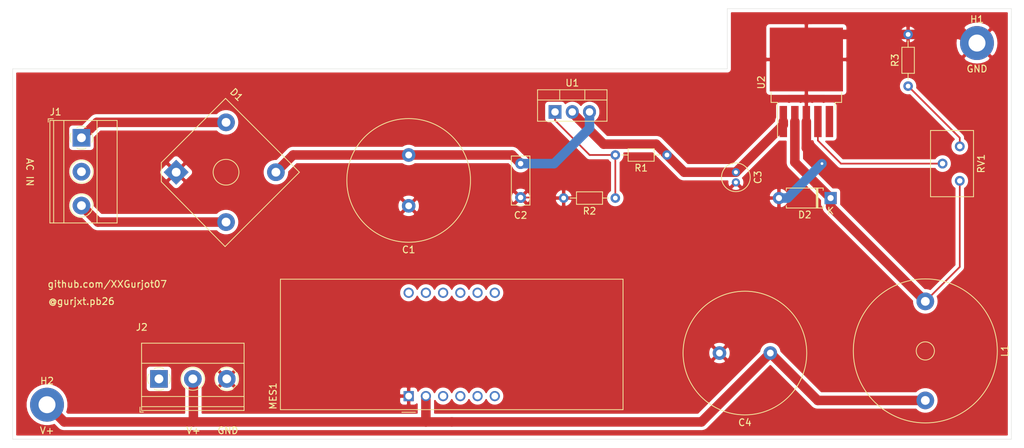
<source format=kicad_pcb>
(kicad_pcb (version 20171130) (host pcbnew "(5.1.10)-1")

  (general
    (thickness 1.6)
    (drawings 14)
    (tracks 61)
    (zones 0)
    (modules 18)
    (nets 14)
  )

  (page A4)
  (title_block
    (title "Layout for Variable DC Power Supply with Regulation")
    (date 30/12/2021)
    (rev Final)
    (company XXGurjot07)
  )

  (layers
    (0 F.Cu signal)
    (31 B.Cu signal)
    (33 F.Adhes user)
    (35 F.Paste user)
    (37 F.SilkS user)
    (38 B.Mask user)
    (39 F.Mask user)
    (40 Dwgs.User user)
    (41 Cmts.User user)
    (42 Eco1.User user)
    (43 Eco2.User user)
    (44 Edge.Cuts user)
    (45 Margin user)
    (46 B.CrtYd user)
    (47 F.CrtYd user)
    (49 F.Fab user)
  )

  (setup
    (last_trace_width 1.4)
    (user_trace_width 1.4)
    (user_trace_width 3.5)
    (trace_clearance 0.2)
    (zone_clearance 0.508)
    (zone_45_only no)
    (trace_min 0.2)
    (via_size 0.8)
    (via_drill 0.4)
    (via_min_size 0.5)
    (via_min_drill 0.3)
    (uvia_size 0.3)
    (uvia_drill 0.1)
    (uvias_allowed no)
    (uvia_min_size 0.2)
    (uvia_min_drill 0.1)
    (edge_width 0.05)
    (segment_width 0.2)
    (pcb_text_width 0.3)
    (pcb_text_size 1.5 1.5)
    (mod_edge_width 0.12)
    (mod_text_size 1 1)
    (mod_text_width 0.15)
    (pad_size 1.524 1.524)
    (pad_drill 0.762)
    (pad_to_mask_clearance 0)
    (aux_axis_origin 0 0)
    (visible_elements 7FFFFFFF)
    (pcbplotparams
      (layerselection 0x010e8_ffffffff)
      (usegerberextensions true)
      (usegerberattributes true)
      (usegerberadvancedattributes true)
      (creategerberjobfile true)
      (excludeedgelayer true)
      (linewidth 0.100000)
      (plotframeref false)
      (viasonmask false)
      (mode 1)
      (useauxorigin false)
      (hpglpennumber 1)
      (hpglpenspeed 20)
      (hpglpendiameter 15.000000)
      (psnegative false)
      (psa4output false)
      (plotreference true)
      (plotvalue false)
      (plotinvisibletext false)
      (padsonsilk false)
      (subtractmaskfromsilk true)
      (outputformat 1)
      (mirror false)
      (drillshape 0)
      (scaleselection 1)
      (outputdirectory "gerber/"))
  )

  (net 0 "")
  (net 1 GND)
  (net 2 "Net-(C1-Pad1)")
  (net 3 "Net-(C3-Pad1)")
  (net 4 "Net-(C4-Pad1)")
  (net 5 "Net-(D1-Pad2)")
  (net 6 "Net-(D1-Pad4)")
  (net 7 "Net-(D2-Pad1)")
  (net 8 "Net-(J1-Pad2)")
  (net 9 "Net-(J2-Pad1)")
  (net 10 "Net-(R1-Pad2)")
  (net 11 "Net-(R3-Pad1)")
  (net 12 "Net-(RV1-Pad2)")
  (net 13 "Net-(U2-Pad5)")

  (net_class Default "This is the default net class."
    (clearance 0.2)
    (trace_width 0.25)
    (via_dia 0.8)
    (via_drill 0.4)
    (uvia_dia 0.3)
    (uvia_drill 0.1)
    (add_net GND)
    (add_net "Net-(C1-Pad1)")
    (add_net "Net-(C3-Pad1)")
    (add_net "Net-(C4-Pad1)")
    (add_net "Net-(D1-Pad2)")
    (add_net "Net-(D1-Pad4)")
    (add_net "Net-(D2-Pad1)")
    (add_net "Net-(J1-Pad2)")
    (add_net "Net-(J2-Pad1)")
    (add_net "Net-(R1-Pad2)")
    (add_net "Net-(R3-Pad1)")
    (add_net "Net-(RV1-Pad2)")
    (add_net "Net-(U2-Pad5)")
  )

  (module Potentiometer_THT:Potentiometer_Bourns_3299Y_Vertical (layer F.Cu) (tedit 5A3D4994) (tstamp 61CCC559)
    (at 209.55 88.9 270)
    (descr "Potentiometer, vertical, Bourns 3299Y, https://www.bourns.com/pdfs/3299.pdf")
    (tags "Potentiometer vertical Bourns 3299Y")
    (path /61D04C22)
    (fp_text reference RV1 (at -2.54 -3.16 90) (layer F.SilkS)
      (effects (font (size 1 1) (thickness 0.15)))
    )
    (fp_text value 0-10k (at -2.54 5.44 90) (layer F.Fab)
      (effects (font (size 1 1) (thickness 0.15)))
    )
    (fp_text user %R (at -2.54 0 90) (layer F.Fab)
      (effects (font (size 1 1) (thickness 0.15)))
    )
    (fp_circle (center 0.955 2.92) (end 2.05 2.92) (layer F.Fab) (width 0.1))
    (fp_line (start -7.305 -1.91) (end -7.305 4.19) (layer F.Fab) (width 0.1))
    (fp_line (start -7.305 4.19) (end 2.225 4.19) (layer F.Fab) (width 0.1))
    (fp_line (start 2.225 4.19) (end 2.225 -1.91) (layer F.Fab) (width 0.1))
    (fp_line (start 2.225 -1.91) (end -7.305 -1.91) (layer F.Fab) (width 0.1))
    (fp_line (start 0.955 4.005) (end 0.956 1.836) (layer F.Fab) (width 0.1))
    (fp_line (start 0.955 4.005) (end 0.956 1.836) (layer F.Fab) (width 0.1))
    (fp_line (start -7.425 -2.03) (end 2.345 -2.03) (layer F.SilkS) (width 0.12))
    (fp_line (start -7.425 4.31) (end 2.345 4.31) (layer F.SilkS) (width 0.12))
    (fp_line (start -7.425 -2.03) (end -7.425 4.31) (layer F.SilkS) (width 0.12))
    (fp_line (start 2.345 -2.03) (end 2.345 4.31) (layer F.SilkS) (width 0.12))
    (fp_line (start -7.6 -2.2) (end -7.6 4.45) (layer F.CrtYd) (width 0.05))
    (fp_line (start -7.6 4.45) (end 2.5 4.45) (layer F.CrtYd) (width 0.05))
    (fp_line (start 2.5 4.45) (end 2.5 -2.2) (layer F.CrtYd) (width 0.05))
    (fp_line (start 2.5 -2.2) (end -7.6 -2.2) (layer F.CrtYd) (width 0.05))
    (pad 3 thru_hole circle (at -5.08 0 270) (size 1.44 1.44) (drill 0.8) (layers *.Cu *.Mask)
      (net 11 "Net-(R3-Pad1)"))
    (pad 2 thru_hole circle (at -2.54 2.54 270) (size 1.44 1.44) (drill 0.8) (layers *.Cu *.Mask)
      (net 12 "Net-(RV1-Pad2)"))
    (pad 1 thru_hole circle (at 0 0 270) (size 1.44 1.44) (drill 0.8) (layers *.Cu *.Mask)
      (net 7 "Net-(D2-Pad1)"))
    (model ${KISYS3DMOD}/Potentiometer_THT.3dshapes/Potentiometer_Bourns_3299Y_Vertical.wrl
      (at (xyz 0 0 0))
      (scale (xyz 1 1 1))
      (rotate (xyz 0 0 0))
    )
  )

  (module TerminalBlock_Phoenix:TerminalBlock_Phoenix_MKDS-1,5-3_1x03_P5.00mm_Horizontal (layer F.Cu) (tedit 5B294EE5) (tstamp 61CCB124)
    (at 91.44 118.11)
    (descr "Terminal Block Phoenix MKDS-1,5-3, 3 pins, pitch 5mm, size 15x9.8mm^2, drill diamater 1.3mm, pad diameter 2.6mm, see http://www.farnell.com/datasheets/100425.pdf, script-generated using https://github.com/pointhi/kicad-footprint-generator/scripts/TerminalBlock_Phoenix")
    (tags "THT Terminal Block Phoenix MKDS-1,5-3 pitch 5mm size 15x9.8mm^2 drill 1.3mm pad 2.6mm")
    (path /61CF6080)
    (fp_text reference J2 (at -2.54 -7.62) (layer F.SilkS)
      (effects (font (size 1 1) (thickness 0.15)))
    )
    (fp_text value Conn_01x03 (at 5 5.66) (layer F.Fab)
      (effects (font (size 1 1) (thickness 0.15)))
    )
    (fp_text user %R (at 5 3.2) (layer F.Fab)
      (effects (font (size 1 1) (thickness 0.15)))
    )
    (fp_arc (start 0 0) (end -0.684 1.535) (angle -25) (layer F.SilkS) (width 0.12))
    (fp_arc (start 0 0) (end -1.535 -0.684) (angle -48) (layer F.SilkS) (width 0.12))
    (fp_arc (start 0 0) (end 0.684 -1.535) (angle -48) (layer F.SilkS) (width 0.12))
    (fp_arc (start 0 0) (end 1.535 0.684) (angle -48) (layer F.SilkS) (width 0.12))
    (fp_arc (start 0 0) (end 0 1.68) (angle -24) (layer F.SilkS) (width 0.12))
    (fp_circle (center 0 0) (end 1.5 0) (layer F.Fab) (width 0.1))
    (fp_circle (center 5 0) (end 6.5 0) (layer F.Fab) (width 0.1))
    (fp_circle (center 5 0) (end 6.68 0) (layer F.SilkS) (width 0.12))
    (fp_circle (center 10 0) (end 11.5 0) (layer F.Fab) (width 0.1))
    (fp_circle (center 10 0) (end 11.68 0) (layer F.SilkS) (width 0.12))
    (fp_line (start -2.5 -5.2) (end 12.5 -5.2) (layer F.Fab) (width 0.1))
    (fp_line (start 12.5 -5.2) (end 12.5 4.6) (layer F.Fab) (width 0.1))
    (fp_line (start 12.5 4.6) (end -2 4.6) (layer F.Fab) (width 0.1))
    (fp_line (start -2 4.6) (end -2.5 4.1) (layer F.Fab) (width 0.1))
    (fp_line (start -2.5 4.1) (end -2.5 -5.2) (layer F.Fab) (width 0.1))
    (fp_line (start -2.5 4.1) (end 12.5 4.1) (layer F.Fab) (width 0.1))
    (fp_line (start -2.56 4.1) (end 12.56 4.1) (layer F.SilkS) (width 0.12))
    (fp_line (start -2.5 2.6) (end 12.5 2.6) (layer F.Fab) (width 0.1))
    (fp_line (start -2.56 2.6) (end 12.56 2.6) (layer F.SilkS) (width 0.12))
    (fp_line (start -2.5 -2.3) (end 12.5 -2.3) (layer F.Fab) (width 0.1))
    (fp_line (start -2.56 -2.301) (end 12.56 -2.301) (layer F.SilkS) (width 0.12))
    (fp_line (start -2.56 -5.261) (end 12.56 -5.261) (layer F.SilkS) (width 0.12))
    (fp_line (start -2.56 4.66) (end 12.56 4.66) (layer F.SilkS) (width 0.12))
    (fp_line (start -2.56 -5.261) (end -2.56 4.66) (layer F.SilkS) (width 0.12))
    (fp_line (start 12.56 -5.261) (end 12.56 4.66) (layer F.SilkS) (width 0.12))
    (fp_line (start 1.138 -0.955) (end -0.955 1.138) (layer F.Fab) (width 0.1))
    (fp_line (start 0.955 -1.138) (end -1.138 0.955) (layer F.Fab) (width 0.1))
    (fp_line (start 6.138 -0.955) (end 4.046 1.138) (layer F.Fab) (width 0.1))
    (fp_line (start 5.955 -1.138) (end 3.863 0.955) (layer F.Fab) (width 0.1))
    (fp_line (start 6.275 -1.069) (end 6.228 -1.023) (layer F.SilkS) (width 0.12))
    (fp_line (start 3.966 1.239) (end 3.931 1.274) (layer F.SilkS) (width 0.12))
    (fp_line (start 6.07 -1.275) (end 6.035 -1.239) (layer F.SilkS) (width 0.12))
    (fp_line (start 3.773 1.023) (end 3.726 1.069) (layer F.SilkS) (width 0.12))
    (fp_line (start 11.138 -0.955) (end 9.046 1.138) (layer F.Fab) (width 0.1))
    (fp_line (start 10.955 -1.138) (end 8.863 0.955) (layer F.Fab) (width 0.1))
    (fp_line (start 11.275 -1.069) (end 11.228 -1.023) (layer F.SilkS) (width 0.12))
    (fp_line (start 8.966 1.239) (end 8.931 1.274) (layer F.SilkS) (width 0.12))
    (fp_line (start 11.07 -1.275) (end 11.035 -1.239) (layer F.SilkS) (width 0.12))
    (fp_line (start 8.773 1.023) (end 8.726 1.069) (layer F.SilkS) (width 0.12))
    (fp_line (start -2.8 4.16) (end -2.8 4.9) (layer F.SilkS) (width 0.12))
    (fp_line (start -2.8 4.9) (end -2.3 4.9) (layer F.SilkS) (width 0.12))
    (fp_line (start -3 -5.71) (end -3 5.1) (layer F.CrtYd) (width 0.05))
    (fp_line (start -3 5.1) (end 13 5.1) (layer F.CrtYd) (width 0.05))
    (fp_line (start 13 5.1) (end 13 -5.71) (layer F.CrtYd) (width 0.05))
    (fp_line (start 13 -5.71) (end -3 -5.71) (layer F.CrtYd) (width 0.05))
    (pad 3 thru_hole circle (at 10 0) (size 2.6 2.6) (drill 1.3) (layers *.Cu *.Mask)
      (net 1 GND))
    (pad 2 thru_hole circle (at 5 0) (size 2.6 2.6) (drill 1.3) (layers *.Cu *.Mask)
      (net 4 "Net-(C4-Pad1)"))
    (pad 1 thru_hole rect (at 0 0) (size 2.6 2.6) (drill 1.3) (layers *.Cu *.Mask)
      (net 9 "Net-(J2-Pad1)"))
    (model ${KISYS3DMOD}/TerminalBlock_Phoenix.3dshapes/TerminalBlock_Phoenix_MKDS-1,5-3_1x03_P5.00mm_Horizontal.wrl
      (at (xyz 0 0 0))
      (scale (xyz 1 1 1))
      (rotate (xyz 0 0 0))
    )
  )

  (module TerminalBlock_Phoenix:TerminalBlock_Phoenix_MKDS-1,5-3_1x03_P5.00mm_Horizontal (layer F.Cu) (tedit 5B294EE5) (tstamp 61CCB0EF)
    (at 80.01 82.55 270)
    (descr "Terminal Block Phoenix MKDS-1,5-3, 3 pins, pitch 5mm, size 15x9.8mm^2, drill diamater 1.3mm, pad diameter 2.6mm, see http://www.farnell.com/datasheets/100425.pdf, script-generated using https://github.com/pointhi/kicad-footprint-generator/scripts/TerminalBlock_Phoenix")
    (tags "THT Terminal Block Phoenix MKDS-1,5-3 pitch 5mm size 15x9.8mm^2 drill 1.3mm pad 2.6mm")
    (path /61CC0DA9)
    (fp_text reference J1 (at -3.81 3.81 180) (layer F.SilkS)
      (effects (font (size 1 1) (thickness 0.15)))
    )
    (fp_text value Conn_01x03 (at 5 5.66 90) (layer F.Fab)
      (effects (font (size 1 1) (thickness 0.15)))
    )
    (fp_text user %R (at 5 3.2 90) (layer F.Fab)
      (effects (font (size 1 1) (thickness 0.15)))
    )
    (fp_arc (start 0 0) (end -0.684 1.535) (angle -25) (layer F.SilkS) (width 0.12))
    (fp_arc (start 0 0) (end -1.535 -0.684) (angle -48) (layer F.SilkS) (width 0.12))
    (fp_arc (start 0 0) (end 0.684 -1.535) (angle -48) (layer F.SilkS) (width 0.12))
    (fp_arc (start 0 0) (end 1.535 0.684) (angle -48) (layer F.SilkS) (width 0.12))
    (fp_arc (start 0 0) (end 0 1.68) (angle -24) (layer F.SilkS) (width 0.12))
    (fp_circle (center 0 0) (end 1.5 0) (layer F.Fab) (width 0.1))
    (fp_circle (center 5 0) (end 6.5 0) (layer F.Fab) (width 0.1))
    (fp_circle (center 5 0) (end 6.68 0) (layer F.SilkS) (width 0.12))
    (fp_circle (center 10 0) (end 11.5 0) (layer F.Fab) (width 0.1))
    (fp_circle (center 10 0) (end 11.68 0) (layer F.SilkS) (width 0.12))
    (fp_line (start -2.5 -5.2) (end 12.5 -5.2) (layer F.Fab) (width 0.1))
    (fp_line (start 12.5 -5.2) (end 12.5 4.6) (layer F.Fab) (width 0.1))
    (fp_line (start 12.5 4.6) (end -2 4.6) (layer F.Fab) (width 0.1))
    (fp_line (start -2 4.6) (end -2.5 4.1) (layer F.Fab) (width 0.1))
    (fp_line (start -2.5 4.1) (end -2.5 -5.2) (layer F.Fab) (width 0.1))
    (fp_line (start -2.5 4.1) (end 12.5 4.1) (layer F.Fab) (width 0.1))
    (fp_line (start -2.56 4.1) (end 12.56 4.1) (layer F.SilkS) (width 0.12))
    (fp_line (start -2.5 2.6) (end 12.5 2.6) (layer F.Fab) (width 0.1))
    (fp_line (start -2.56 2.6) (end 12.56 2.6) (layer F.SilkS) (width 0.12))
    (fp_line (start -2.5 -2.3) (end 12.5 -2.3) (layer F.Fab) (width 0.1))
    (fp_line (start -2.56 -2.301) (end 12.56 -2.301) (layer F.SilkS) (width 0.12))
    (fp_line (start -2.56 -5.261) (end 12.56 -5.261) (layer F.SilkS) (width 0.12))
    (fp_line (start -2.56 4.66) (end 12.56 4.66) (layer F.SilkS) (width 0.12))
    (fp_line (start -2.56 -5.261) (end -2.56 4.66) (layer F.SilkS) (width 0.12))
    (fp_line (start 12.56 -5.261) (end 12.56 4.66) (layer F.SilkS) (width 0.12))
    (fp_line (start 1.138 -0.955) (end -0.955 1.138) (layer F.Fab) (width 0.1))
    (fp_line (start 0.955 -1.138) (end -1.138 0.955) (layer F.Fab) (width 0.1))
    (fp_line (start 6.138 -0.955) (end 4.046 1.138) (layer F.Fab) (width 0.1))
    (fp_line (start 5.955 -1.138) (end 3.863 0.955) (layer F.Fab) (width 0.1))
    (fp_line (start 6.275 -1.069) (end 6.228 -1.023) (layer F.SilkS) (width 0.12))
    (fp_line (start 3.966 1.239) (end 3.931 1.274) (layer F.SilkS) (width 0.12))
    (fp_line (start 6.07 -1.275) (end 6.035 -1.239) (layer F.SilkS) (width 0.12))
    (fp_line (start 3.773 1.023) (end 3.726 1.069) (layer F.SilkS) (width 0.12))
    (fp_line (start 11.138 -0.955) (end 9.046 1.138) (layer F.Fab) (width 0.1))
    (fp_line (start 10.955 -1.138) (end 8.863 0.955) (layer F.Fab) (width 0.1))
    (fp_line (start 11.275 -1.069) (end 11.228 -1.023) (layer F.SilkS) (width 0.12))
    (fp_line (start 8.966 1.239) (end 8.931 1.274) (layer F.SilkS) (width 0.12))
    (fp_line (start 11.07 -1.275) (end 11.035 -1.239) (layer F.SilkS) (width 0.12))
    (fp_line (start 8.773 1.023) (end 8.726 1.069) (layer F.SilkS) (width 0.12))
    (fp_line (start -2.8 4.16) (end -2.8 4.9) (layer F.SilkS) (width 0.12))
    (fp_line (start -2.8 4.9) (end -2.3 4.9) (layer F.SilkS) (width 0.12))
    (fp_line (start -3 -5.71) (end -3 5.1) (layer F.CrtYd) (width 0.05))
    (fp_line (start -3 5.1) (end 13 5.1) (layer F.CrtYd) (width 0.05))
    (fp_line (start 13 5.1) (end 13 -5.71) (layer F.CrtYd) (width 0.05))
    (fp_line (start 13 -5.71) (end -3 -5.71) (layer F.CrtYd) (width 0.05))
    (pad 3 thru_hole circle (at 10 0 270) (size 2.6 2.6) (drill 1.3) (layers *.Cu *.Mask)
      (net 5 "Net-(D1-Pad2)"))
    (pad 2 thru_hole circle (at 5 0 270) (size 2.6 2.6) (drill 1.3) (layers *.Cu *.Mask)
      (net 8 "Net-(J1-Pad2)"))
    (pad 1 thru_hole rect (at 0 0 270) (size 2.6 2.6) (drill 1.3) (layers *.Cu *.Mask)
      (net 6 "Net-(D1-Pad4)"))
    (model ${KISYS3DMOD}/TerminalBlock_Phoenix.3dshapes/TerminalBlock_Phoenix_MKDS-1,5-3_1x03_P5.00mm_Horizontal.wrl
      (at (xyz 0 0 0))
      (scale (xyz 1 1 1))
      (rotate (xyz 0 0 0))
    )
  )

  (module MountingHole:MountingHole_2.5mm_Pad (layer F.Cu) (tedit 56D1B4CB) (tstamp 61CCFBE7)
    (at 74.93 121.92)
    (descr "Mounting Hole 2.5mm")
    (tags "mounting hole 2.5mm")
    (path /61E0A4C0)
    (attr virtual)
    (fp_text reference H2 (at 0 -3.5) (layer F.SilkS)
      (effects (font (size 1 1) (thickness 0.15)))
    )
    (fp_text value MountingHole_Pad (at 0 3.5) (layer F.Fab)
      (effects (font (size 1 1) (thickness 0.15)))
    )
    (fp_circle (center 0 0) (end 2.75 0) (layer F.CrtYd) (width 0.05))
    (fp_circle (center 0 0) (end 2.5 0) (layer Cmts.User) (width 0.15))
    (fp_text user %R (at 0.3 0) (layer F.Fab)
      (effects (font (size 1 1) (thickness 0.15)))
    )
    (pad 1 thru_hole circle (at 0 0) (size 5 5) (drill 2.5) (layers *.Cu *.Mask)
      (net 4 "Net-(C4-Pad1)"))
  )

  (module MountingHole:MountingHole_2.5mm_Pad (layer F.Cu) (tedit 56D1B4CB) (tstamp 61CCFBDF)
    (at 212.09 68.58)
    (descr "Mounting Hole 2.5mm")
    (tags "mounting hole 2.5mm")
    (path /61E09FA5)
    (attr virtual)
    (fp_text reference H1 (at 0 -3.5) (layer F.SilkS)
      (effects (font (size 1 1) (thickness 0.15)))
    )
    (fp_text value MountingHole_Pad (at 0 3.5) (layer F.Fab)
      (effects (font (size 1 1) (thickness 0.15)))
    )
    (fp_circle (center 0 0) (end 2.75 0) (layer F.CrtYd) (width 0.05))
    (fp_circle (center 0 0) (end 2.5 0) (layer Cmts.User) (width 0.15))
    (fp_text user %R (at 0.3 0) (layer F.Fab)
      (effects (font (size 1 1) (thickness 0.15)))
    )
    (pad 1 thru_hole circle (at 0 0) (size 5 5) (drill 2.5) (layers *.Cu *.Mask)
      (net 1 GND))
  )

  (module Display_7Segment:CA56-12SYKWA (layer F.Cu) (tedit 5A02FE84) (tstamp 61CCCFCB)
    (at 128.27 120.65 90)
    (descr "4 digit 7 segment green LED, http://www.kingbright.com/attachments/file/psearch/000/00/00/CA56-12SYKWA(Ver.6A).pdf")
    (tags "4 digit 7 segment green LED")
    (path /61CC8C17)
    (fp_text reference MES1 (at 0 -20 90) (layer F.SilkS)
      (effects (font (size 1 1) (thickness 0.15)))
    )
    (fp_text value Voltmeter_DC (at 3.8 32.8 90) (layer F.Fab)
      (effects (font (size 1 1) (thickness 0.15)))
    )
    (fp_line (start -1.88 1) (end -1.88 31.5) (layer F.Fab) (width 0.1))
    (fp_line (start -1.88 31.5) (end 17.12 31.5) (layer F.Fab) (width 0.1))
    (fp_line (start 17.12 -18.8) (end 17.12 31.5) (layer F.Fab) (width 0.1))
    (fp_line (start -1.88 -18.8) (end 17.12 -18.8) (layer F.Fab) (width 0.1))
    (fp_line (start -2.38 -1) (end -2.38 1) (layer F.SilkS) (width 0.12))
    (fp_line (start -2.13 31.75) (end -2.13 -19.05) (layer F.CrtYd) (width 0.05))
    (fp_line (start 17.37 31.75) (end -2.13 31.75) (layer F.CrtYd) (width 0.05))
    (fp_line (start 17.37 -19.05) (end 17.37 31.75) (layer F.CrtYd) (width 0.05))
    (fp_line (start -2.13 -19.05) (end 17.37 -19.05) (layer F.CrtYd) (width 0.05))
    (fp_line (start -1.88 -1) (end -1.88 -18.8) (layer F.Fab) (width 0.1))
    (fp_line (start -0.88 0) (end -1.88 -1) (layer F.Fab) (width 0.1))
    (fp_line (start -1.88 1) (end -0.88 0) (layer F.Fab) (width 0.1))
    (fp_line (start 17.24 31.62) (end 17.24 -18.92) (layer F.SilkS) (width 0.12))
    (fp_line (start -2 31.62) (end 17.24 31.62) (layer F.SilkS) (width 0.12))
    (fp_line (start -2 -18.92) (end -2 31.62) (layer F.SilkS) (width 0.12))
    (fp_line (start -2 -18.92) (end 17.24 -18.92) (layer F.SilkS) (width 0.12))
    (fp_text user %R (at 8.128 6.604 90) (layer F.Fab)
      (effects (font (size 1 1) (thickness 0.15)))
    )
    (pad 12 thru_hole circle (at 15.24 0 90) (size 1.5 1.5) (drill 1) (layers *.Cu *.Mask))
    (pad 11 thru_hole circle (at 15.24 2.54 90) (size 1.5 1.5) (drill 1) (layers *.Cu *.Mask))
    (pad 10 thru_hole circle (at 15.24 5.08 90) (size 1.5 1.5) (drill 1) (layers *.Cu *.Mask))
    (pad 9 thru_hole circle (at 15.24 7.62 90) (size 1.5 1.5) (drill 1) (layers *.Cu *.Mask))
    (pad 8 thru_hole circle (at 15.24 10.16 90) (size 1.5 1.5) (drill 1) (layers *.Cu *.Mask))
    (pad 7 thru_hole circle (at 15.24 12.7 90) (size 1.5 1.5) (drill 1) (layers *.Cu *.Mask))
    (pad 6 thru_hole circle (at 0 12.7 90) (size 1.5 1.5) (drill 1) (layers *.Cu *.Mask))
    (pad 5 thru_hole circle (at 0 10.16 90) (size 1.5 1.5) (drill 1) (layers *.Cu *.Mask))
    (pad 4 thru_hole circle (at 0 7.62 90) (size 1.5 1.5) (drill 1) (layers *.Cu *.Mask))
    (pad 3 thru_hole circle (at 0 5.08 90) (size 1.5 1.5) (drill 1) (layers *.Cu *.Mask))
    (pad 2 thru_hole circle (at 0 2.54 90) (size 1.5 1.5) (drill 1) (layers *.Cu *.Mask)
      (net 4 "Net-(C4-Pad1)"))
    (pad 1 thru_hole rect (at 0 0 90) (size 1.5 1.5) (drill 1) (layers *.Cu *.Mask)
      (net 1 GND))
    (model ${KISYS3DMOD}/Display_7Segment.3dshapes/CA56-12SYKWA.wrl
      (at (xyz 0 0 0))
      (scale (xyz 1 1 1))
      (rotate (xyz 0 0 0))
    )
  )

  (module Capacitor_THT:C_Radial_D18.0mm_H35.5mm_P7.50mm (layer F.Cu) (tedit 5BC5C9BA) (tstamp 61CC7694)
    (at 181.61 114.3 180)
    (descr "C, Radial series, Radial, pin pitch=7.50mm, diameter=18mm, height=35.5mm, Non-Polar Electrolytic Capacitor")
    (tags "C Radial series Radial pin pitch 7.50mm diameter 18mm height 35.5mm Non-Polar Electrolytic Capacitor")
    (path /61D1A8E2)
    (fp_text reference C4 (at 3.75 -10.25) (layer F.SilkS)
      (effects (font (size 1 1) (thickness 0.15)))
    )
    (fp_text value >2200uF (at 3.75 10.25) (layer F.Fab)
      (effects (font (size 1 1) (thickness 0.15)))
    )
    (fp_circle (center 3.75 0) (end 13 0) (layer F.CrtYd) (width 0.05))
    (fp_circle (center 3.75 0) (end 12.87 0) (layer F.SilkS) (width 0.12))
    (fp_circle (center 3.75 0) (end 12.75 0) (layer F.Fab) (width 0.1))
    (fp_text user %R (at 3.75 0) (layer F.Fab)
      (effects (font (size 1 1) (thickness 0.15)))
    )
    (pad 2 thru_hole circle (at 7.5 0 180) (size 2 2) (drill 1) (layers *.Cu *.Mask)
      (net 1 GND))
    (pad 1 thru_hole circle (at 0 0 180) (size 2 2) (drill 1) (layers *.Cu *.Mask)
      (net 4 "Net-(C4-Pad1)"))
    (model ${KISYS3DMOD}/Capacitor_THT.3dshapes/C_Radial_D18.0mm_H35.5mm_P7.50mm.wrl
      (at (xyz 0 0 0))
      (scale (xyz 1 1 1))
      (rotate (xyz 0 0 0))
    )
  )

  (module Resistor_THT:R_Axial_DIN0204_L3.6mm_D1.6mm_P7.62mm_Horizontal (layer F.Cu) (tedit 5AE5139B) (tstamp 61CC784F)
    (at 201.93 74.93 90)
    (descr "Resistor, Axial_DIN0204 series, Axial, Horizontal, pin pitch=7.62mm, 0.167W, length*diameter=3.6*1.6mm^2, http://cdn-reichelt.de/documents/datenblatt/B400/1_4W%23YAG.pdf")
    (tags "Resistor Axial_DIN0204 series Axial Horizontal pin pitch 7.62mm 0.167W length 3.6mm diameter 1.6mm")
    (path /61D05B9B)
    (fp_text reference R3 (at 3.81 -1.92 90) (layer F.SilkS)
      (effects (font (size 1 1) (thickness 0.15)))
    )
    (fp_text value 1k (at 3.81 1.92 90) (layer F.Fab)
      (effects (font (size 1 1) (thickness 0.15)))
    )
    (fp_line (start 8.57 -1.05) (end -0.95 -1.05) (layer F.CrtYd) (width 0.05))
    (fp_line (start 8.57 1.05) (end 8.57 -1.05) (layer F.CrtYd) (width 0.05))
    (fp_line (start -0.95 1.05) (end 8.57 1.05) (layer F.CrtYd) (width 0.05))
    (fp_line (start -0.95 -1.05) (end -0.95 1.05) (layer F.CrtYd) (width 0.05))
    (fp_line (start 6.68 0) (end 5.73 0) (layer F.SilkS) (width 0.12))
    (fp_line (start 0.94 0) (end 1.89 0) (layer F.SilkS) (width 0.12))
    (fp_line (start 5.73 -0.92) (end 1.89 -0.92) (layer F.SilkS) (width 0.12))
    (fp_line (start 5.73 0.92) (end 5.73 -0.92) (layer F.SilkS) (width 0.12))
    (fp_line (start 1.89 0.92) (end 5.73 0.92) (layer F.SilkS) (width 0.12))
    (fp_line (start 1.89 -0.92) (end 1.89 0.92) (layer F.SilkS) (width 0.12))
    (fp_line (start 7.62 0) (end 5.61 0) (layer F.Fab) (width 0.1))
    (fp_line (start 0 0) (end 2.01 0) (layer F.Fab) (width 0.1))
    (fp_line (start 5.61 -0.8) (end 2.01 -0.8) (layer F.Fab) (width 0.1))
    (fp_line (start 5.61 0.8) (end 5.61 -0.8) (layer F.Fab) (width 0.1))
    (fp_line (start 2.01 0.8) (end 5.61 0.8) (layer F.Fab) (width 0.1))
    (fp_line (start 2.01 -0.8) (end 2.01 0.8) (layer F.Fab) (width 0.1))
    (fp_text user %R (at 3.81 0 90) (layer F.Fab)
      (effects (font (size 0.72 0.72) (thickness 0.108)))
    )
    (pad 2 thru_hole oval (at 7.62 0 90) (size 1.4 1.4) (drill 0.7) (layers *.Cu *.Mask)
      (net 1 GND))
    (pad 1 thru_hole circle (at 0 0 90) (size 1.4 1.4) (drill 0.7) (layers *.Cu *.Mask)
      (net 11 "Net-(R3-Pad1)"))
    (model ${KISYS3DMOD}/Resistor_THT.3dshapes/R_Axial_DIN0204_L3.6mm_D1.6mm_P7.62mm_Horizontal.wrl
      (at (xyz 0 0 0))
      (scale (xyz 1 1 1))
      (rotate (xyz 0 0 0))
    )
  )

  (module Capacitor_THT:C_Radial_D4.0mm_H5.0mm_P1.50mm (layer F.Cu) (tedit 5BC5C9B9) (tstamp 61CC768A)
    (at 176.53 87.63 270)
    (descr "C, Radial series, Radial, pin pitch=1.50mm, diameter=4mm, height=5mm, Non-Polar Electrolytic Capacitor")
    (tags "C Radial series Radial pin pitch 1.50mm diameter 4mm height 5mm Non-Polar Electrolytic Capacitor")
    (path /61CC98D1)
    (fp_text reference C3 (at 0.75 -3.25 90) (layer F.SilkS)
      (effects (font (size 1 1) (thickness 0.15)))
    )
    (fp_text value 47u (at 0.75 3.25 90) (layer F.Fab)
      (effects (font (size 1 1) (thickness 0.15)))
    )
    (fp_circle (center 0.75 0) (end 3 0) (layer F.CrtYd) (width 0.05))
    (fp_circle (center 0.75 0) (end 2.87 0) (layer F.SilkS) (width 0.12))
    (fp_circle (center 0.75 0) (end 2.75 0) (layer F.Fab) (width 0.1))
    (fp_text user %R (at 0.75 0 90) (layer F.Fab)
      (effects (font (size 0.8 0.8) (thickness 0.12)))
    )
    (pad 2 thru_hole circle (at 1.5 0 270) (size 1.2 1.2) (drill 0.6) (layers *.Cu *.Mask)
      (net 1 GND))
    (pad 1 thru_hole circle (at 0 0 270) (size 1.2 1.2) (drill 0.6) (layers *.Cu *.Mask)
      (net 3 "Net-(C3-Pad1)"))
    (model ${KISYS3DMOD}/Capacitor_THT.3dshapes/C_Radial_D4.0mm_H5.0mm_P1.50mm.wrl
      (at (xyz 0 0 0))
      (scale (xyz 1 1 1))
      (rotate (xyz 0 0 0))
    )
  )

  (module Resistor_THT:R_Axial_DIN0204_L3.6mm_D1.6mm_P7.62mm_Horizontal (layer F.Cu) (tedit 5AE5139B) (tstamp 61CC7821)
    (at 166.37 85.09 180)
    (descr "Resistor, Axial_DIN0204 series, Axial, Horizontal, pin pitch=7.62mm, 0.167W, length*diameter=3.6*1.6mm^2, http://cdn-reichelt.de/documents/datenblatt/B400/1_4W%23YAG.pdf")
    (tags "Resistor Axial_DIN0204 series Axial Horizontal pin pitch 7.62mm 0.167W length 3.6mm diameter 1.6mm")
    (path /61CC48A7)
    (fp_text reference R1 (at 3.81 -1.92) (layer F.SilkS)
      (effects (font (size 1 1) (thickness 0.15)))
    )
    (fp_text value 220 (at 3.81 1.92) (layer F.Fab)
      (effects (font (size 1 1) (thickness 0.15)))
    )
    (fp_line (start 8.57 -1.05) (end -0.95 -1.05) (layer F.CrtYd) (width 0.05))
    (fp_line (start 8.57 1.05) (end 8.57 -1.05) (layer F.CrtYd) (width 0.05))
    (fp_line (start -0.95 1.05) (end 8.57 1.05) (layer F.CrtYd) (width 0.05))
    (fp_line (start -0.95 -1.05) (end -0.95 1.05) (layer F.CrtYd) (width 0.05))
    (fp_line (start 6.68 0) (end 5.73 0) (layer F.SilkS) (width 0.12))
    (fp_line (start 0.94 0) (end 1.89 0) (layer F.SilkS) (width 0.12))
    (fp_line (start 5.73 -0.92) (end 1.89 -0.92) (layer F.SilkS) (width 0.12))
    (fp_line (start 5.73 0.92) (end 5.73 -0.92) (layer F.SilkS) (width 0.12))
    (fp_line (start 1.89 0.92) (end 5.73 0.92) (layer F.SilkS) (width 0.12))
    (fp_line (start 1.89 -0.92) (end 1.89 0.92) (layer F.SilkS) (width 0.12))
    (fp_line (start 7.62 0) (end 5.61 0) (layer F.Fab) (width 0.1))
    (fp_line (start 0 0) (end 2.01 0) (layer F.Fab) (width 0.1))
    (fp_line (start 5.61 -0.8) (end 2.01 -0.8) (layer F.Fab) (width 0.1))
    (fp_line (start 5.61 0.8) (end 5.61 -0.8) (layer F.Fab) (width 0.1))
    (fp_line (start 2.01 0.8) (end 5.61 0.8) (layer F.Fab) (width 0.1))
    (fp_line (start 2.01 -0.8) (end 2.01 0.8) (layer F.Fab) (width 0.1))
    (fp_text user %R (at 3.81 0) (layer F.Fab)
      (effects (font (size 0.72 0.72) (thickness 0.108)))
    )
    (pad 2 thru_hole oval (at 7.62 0 180) (size 1.4 1.4) (drill 0.7) (layers *.Cu *.Mask)
      (net 10 "Net-(R1-Pad2)"))
    (pad 1 thru_hole circle (at 0 0 180) (size 1.4 1.4) (drill 0.7) (layers *.Cu *.Mask)
      (net 3 "Net-(C3-Pad1)"))
    (model ${KISYS3DMOD}/Resistor_THT.3dshapes/R_Axial_DIN0204_L3.6mm_D1.6mm_P7.62mm_Horizontal.wrl
      (at (xyz 0 0 0))
      (scale (xyz 1 1 1))
      (rotate (xyz 0 0 0))
    )
  )

  (module Package_TO_SOT_SMD:TO-263-5_TabPin3 (layer F.Cu) (tedit 5A70FBB6) (tstamp 61CC78B5)
    (at 186.925 74.38 90)
    (descr "TO-263 / D2PAK / DDPAK SMD package, http://www.infineon.com/cms/en/product/packages/PG-TO263/PG-TO263-5-1/")
    (tags "D2PAK DDPAK TO-263 D2PAK-5 TO-263-5 SOT-426")
    (path /61CFC616)
    (attr smd)
    (fp_text reference U2 (at 0 -6.65 90) (layer F.SilkS)
      (effects (font (size 1 1) (thickness 0.15)))
    )
    (fp_text value LM2596S-12 (at 0 6.65 90) (layer F.Fab)
      (effects (font (size 1 1) (thickness 0.15)))
    )
    (fp_line (start 8.32 -5.65) (end -8.32 -5.65) (layer F.CrtYd) (width 0.05))
    (fp_line (start 8.32 5.65) (end 8.32 -5.65) (layer F.CrtYd) (width 0.05))
    (fp_line (start -8.32 5.65) (end 8.32 5.65) (layer F.CrtYd) (width 0.05))
    (fp_line (start -8.32 -5.65) (end -8.32 5.65) (layer F.CrtYd) (width 0.05))
    (fp_line (start -2.95 4.25) (end -4.05 4.25) (layer F.SilkS) (width 0.12))
    (fp_line (start -2.95 5.2) (end -2.95 4.25) (layer F.SilkS) (width 0.12))
    (fp_line (start -1.45 5.2) (end -2.95 5.2) (layer F.SilkS) (width 0.12))
    (fp_line (start -2.95 -4.25) (end -8.075 -4.25) (layer F.SilkS) (width 0.12))
    (fp_line (start -2.95 -5.2) (end -2.95 -4.25) (layer F.SilkS) (width 0.12))
    (fp_line (start -1.45 -5.2) (end -2.95 -5.2) (layer F.SilkS) (width 0.12))
    (fp_line (start -7.45 3.8) (end -2.75 3.8) (layer F.Fab) (width 0.1))
    (fp_line (start -7.45 3) (end -7.45 3.8) (layer F.Fab) (width 0.1))
    (fp_line (start -2.75 3) (end -7.45 3) (layer F.Fab) (width 0.1))
    (fp_line (start -7.45 2.1) (end -2.75 2.1) (layer F.Fab) (width 0.1))
    (fp_line (start -7.45 1.3) (end -7.45 2.1) (layer F.Fab) (width 0.1))
    (fp_line (start -2.75 1.3) (end -7.45 1.3) (layer F.Fab) (width 0.1))
    (fp_line (start -7.45 0.4) (end -2.75 0.4) (layer F.Fab) (width 0.1))
    (fp_line (start -7.45 -0.4) (end -7.45 0.4) (layer F.Fab) (width 0.1))
    (fp_line (start -2.75 -0.4) (end -7.45 -0.4) (layer F.Fab) (width 0.1))
    (fp_line (start -7.45 -1.3) (end -2.75 -1.3) (layer F.Fab) (width 0.1))
    (fp_line (start -7.45 -2.1) (end -7.45 -1.3) (layer F.Fab) (width 0.1))
    (fp_line (start -2.75 -2.1) (end -7.45 -2.1) (layer F.Fab) (width 0.1))
    (fp_line (start -7.45 -3) (end -2.75 -3) (layer F.Fab) (width 0.1))
    (fp_line (start -7.45 -3.8) (end -7.45 -3) (layer F.Fab) (width 0.1))
    (fp_line (start -2.75 -3.8) (end -7.45 -3.8) (layer F.Fab) (width 0.1))
    (fp_line (start -1.75 -5) (end 6.5 -5) (layer F.Fab) (width 0.1))
    (fp_line (start -2.75 -4) (end -1.75 -5) (layer F.Fab) (width 0.1))
    (fp_line (start -2.75 5) (end -2.75 -4) (layer F.Fab) (width 0.1))
    (fp_line (start 6.5 5) (end -2.75 5) (layer F.Fab) (width 0.1))
    (fp_line (start 6.5 -5) (end 6.5 5) (layer F.Fab) (width 0.1))
    (fp_line (start 7.5 5) (end 6.5 5) (layer F.Fab) (width 0.1))
    (fp_line (start 7.5 -5) (end 7.5 5) (layer F.Fab) (width 0.1))
    (fp_line (start 6.5 -5) (end 7.5 -5) (layer F.Fab) (width 0.1))
    (fp_text user %R (at 0 0 90) (layer F.Fab)
      (effects (font (size 1 1) (thickness 0.15)))
    )
    (pad "" smd rect (at 0.95 2.775 90) (size 4.55 5.25) (layers F.Paste))
    (pad "" smd rect (at 5.8 -2.775 90) (size 4.55 5.25) (layers F.Paste))
    (pad "" smd rect (at 0.95 -2.775 90) (size 4.55 5.25) (layers F.Paste))
    (pad "" smd rect (at 5.8 2.775 90) (size 4.55 5.25) (layers F.Paste))
    (pad 3 smd rect (at 3.375 0 90) (size 9.4 10.8) (layers F.Cu F.Mask)
      (net 1 GND))
    (pad 5 smd rect (at -5.775 3.4 90) (size 4.6 1.1) (layers F.Cu F.Paste F.Mask)
      (net 13 "Net-(U2-Pad5)"))
    (pad 4 smd rect (at -5.775 1.7 90) (size 4.6 1.1) (layers F.Cu F.Paste F.Mask)
      (net 12 "Net-(RV1-Pad2)"))
    (pad 3 smd rect (at -5.775 0 90) (size 4.6 1.1) (layers F.Cu F.Paste F.Mask)
      (net 1 GND))
    (pad 2 smd rect (at -5.775 -1.7 90) (size 4.6 1.1) (layers F.Cu F.Paste F.Mask)
      (net 7 "Net-(D2-Pad1)"))
    (pad 1 smd rect (at -5.775 -3.4 90) (size 4.6 1.1) (layers F.Cu F.Paste F.Mask)
      (net 3 "Net-(C3-Pad1)"))
    (model ${KISYS3DMOD}/Package_TO_SOT_SMD.3dshapes/TO-263-5_TabPin3.wrl
      (at (xyz 0 0 0))
      (scale (xyz 1 1 1))
      (rotate (xyz 0 0 0))
    )
  )

  (module Package_TO_SOT_THT:TO-220-3_Vertical (layer F.Cu) (tedit 5AC8BA0D) (tstamp 61CC7885)
    (at 149.86 78.74)
    (descr "TO-220-3, Vertical, RM 2.54mm, see https://www.vishay.com/docs/66542/to-220-1.pdf")
    (tags "TO-220-3 Vertical RM 2.54mm")
    (path /61CC2702)
    (fp_text reference U1 (at 2.54 -4.27) (layer F.SilkS)
      (effects (font (size 1 1) (thickness 0.15)))
    )
    (fp_text value LT1584-ADJ (at 2.54 2.5) (layer F.Fab)
      (effects (font (size 1 1) (thickness 0.15)))
    )
    (fp_line (start 7.79 -3.4) (end -2.71 -3.4) (layer F.CrtYd) (width 0.05))
    (fp_line (start 7.79 1.51) (end 7.79 -3.4) (layer F.CrtYd) (width 0.05))
    (fp_line (start -2.71 1.51) (end 7.79 1.51) (layer F.CrtYd) (width 0.05))
    (fp_line (start -2.71 -3.4) (end -2.71 1.51) (layer F.CrtYd) (width 0.05))
    (fp_line (start 4.391 -3.27) (end 4.391 -1.76) (layer F.SilkS) (width 0.12))
    (fp_line (start 0.69 -3.27) (end 0.69 -1.76) (layer F.SilkS) (width 0.12))
    (fp_line (start -2.58 -1.76) (end 7.66 -1.76) (layer F.SilkS) (width 0.12))
    (fp_line (start 7.66 -3.27) (end 7.66 1.371) (layer F.SilkS) (width 0.12))
    (fp_line (start -2.58 -3.27) (end -2.58 1.371) (layer F.SilkS) (width 0.12))
    (fp_line (start -2.58 1.371) (end 7.66 1.371) (layer F.SilkS) (width 0.12))
    (fp_line (start -2.58 -3.27) (end 7.66 -3.27) (layer F.SilkS) (width 0.12))
    (fp_line (start 4.39 -3.15) (end 4.39 -1.88) (layer F.Fab) (width 0.1))
    (fp_line (start 0.69 -3.15) (end 0.69 -1.88) (layer F.Fab) (width 0.1))
    (fp_line (start -2.46 -1.88) (end 7.54 -1.88) (layer F.Fab) (width 0.1))
    (fp_line (start 7.54 -3.15) (end -2.46 -3.15) (layer F.Fab) (width 0.1))
    (fp_line (start 7.54 1.25) (end 7.54 -3.15) (layer F.Fab) (width 0.1))
    (fp_line (start -2.46 1.25) (end 7.54 1.25) (layer F.Fab) (width 0.1))
    (fp_line (start -2.46 -3.15) (end -2.46 1.25) (layer F.Fab) (width 0.1))
    (fp_text user %R (at 2.54 -4.27) (layer F.Fab)
      (effects (font (size 1 1) (thickness 0.15)))
    )
    (pad 3 thru_hole oval (at 5.08 0) (size 1.905 2) (drill 1.1) (layers *.Cu *.Mask)
      (net 2 "Net-(C1-Pad1)"))
    (pad 2 thru_hole oval (at 2.54 0) (size 1.905 2) (drill 1.1) (layers *.Cu *.Mask)
      (net 3 "Net-(C3-Pad1)"))
    (pad 1 thru_hole rect (at 0 0) (size 1.905 2) (drill 1.1) (layers *.Cu *.Mask)
      (net 10 "Net-(R1-Pad2)"))
    (model ${KISYS3DMOD}/Package_TO_SOT_THT.3dshapes/TO-220-3_Vertical.wrl
      (at (xyz 0 0 0))
      (scale (xyz 1 1 1))
      (rotate (xyz 0 0 0))
    )
  )

  (module Resistor_THT:R_Axial_DIN0204_L3.6mm_D1.6mm_P7.62mm_Horizontal (layer F.Cu) (tedit 5AE5139B) (tstamp 61CC7838)
    (at 158.75 91.44 180)
    (descr "Resistor, Axial_DIN0204 series, Axial, Horizontal, pin pitch=7.62mm, 0.167W, length*diameter=3.6*1.6mm^2, http://cdn-reichelt.de/documents/datenblatt/B400/1_4W%23YAG.pdf")
    (tags "Resistor Axial_DIN0204 series Axial Horizontal pin pitch 7.62mm 0.167W length 3.6mm diameter 1.6mm")
    (path /61CC63EC)
    (fp_text reference R2 (at 3.81 -1.92) (layer F.SilkS)
      (effects (font (size 1 1) (thickness 0.15)))
    )
    (fp_text value 5.48k (at 3.81 1.92) (layer F.Fab)
      (effects (font (size 1 1) (thickness 0.15)))
    )
    (fp_line (start 8.57 -1.05) (end -0.95 -1.05) (layer F.CrtYd) (width 0.05))
    (fp_line (start 8.57 1.05) (end 8.57 -1.05) (layer F.CrtYd) (width 0.05))
    (fp_line (start -0.95 1.05) (end 8.57 1.05) (layer F.CrtYd) (width 0.05))
    (fp_line (start -0.95 -1.05) (end -0.95 1.05) (layer F.CrtYd) (width 0.05))
    (fp_line (start 6.68 0) (end 5.73 0) (layer F.SilkS) (width 0.12))
    (fp_line (start 0.94 0) (end 1.89 0) (layer F.SilkS) (width 0.12))
    (fp_line (start 5.73 -0.92) (end 1.89 -0.92) (layer F.SilkS) (width 0.12))
    (fp_line (start 5.73 0.92) (end 5.73 -0.92) (layer F.SilkS) (width 0.12))
    (fp_line (start 1.89 0.92) (end 5.73 0.92) (layer F.SilkS) (width 0.12))
    (fp_line (start 1.89 -0.92) (end 1.89 0.92) (layer F.SilkS) (width 0.12))
    (fp_line (start 7.62 0) (end 5.61 0) (layer F.Fab) (width 0.1))
    (fp_line (start 0 0) (end 2.01 0) (layer F.Fab) (width 0.1))
    (fp_line (start 5.61 -0.8) (end 2.01 -0.8) (layer F.Fab) (width 0.1))
    (fp_line (start 5.61 0.8) (end 5.61 -0.8) (layer F.Fab) (width 0.1))
    (fp_line (start 2.01 0.8) (end 5.61 0.8) (layer F.Fab) (width 0.1))
    (fp_line (start 2.01 -0.8) (end 2.01 0.8) (layer F.Fab) (width 0.1))
    (fp_text user %R (at 3.81 0) (layer F.Fab)
      (effects (font (size 0.72 0.72) (thickness 0.108)))
    )
    (pad 2 thru_hole oval (at 7.62 0 180) (size 1.4 1.4) (drill 0.7) (layers *.Cu *.Mask)
      (net 1 GND))
    (pad 1 thru_hole circle (at 0 0 180) (size 1.4 1.4) (drill 0.7) (layers *.Cu *.Mask)
      (net 10 "Net-(R1-Pad2)"))
    (model ${KISYS3DMOD}/Resistor_THT.3dshapes/R_Axial_DIN0204_L3.6mm_D1.6mm_P7.62mm_Horizontal.wrl
      (at (xyz 0 0 0))
      (scale (xyz 1 1 1))
      (rotate (xyz 0 0 0))
    )
  )

  (module Inductor_THT:L_Radial_D21.0mm_P14.61mm_Vishay_IHB-2 (layer F.Cu) (tedit 5AE59B06) (tstamp 61CC77F1)
    (at 204.47 106.68 270)
    (descr "Inductor, Radial series, Radial, pin pitch=14.61mm, , diameter=21mm, Vishay, IHB-2, http://www.vishay.com/docs/34015/ihb.pdf")
    (tags "Inductor Radial series Radial pin pitch 14.61mm  diameter 21mm Vishay IHB-2")
    (path /61D08FFB)
    (fp_text reference L1 (at 7.305 -11.75 90) (layer F.SilkS)
      (effects (font (size 1 1) (thickness 0.15)))
    )
    (fp_text value >68uH (at 7.305 11.75 90) (layer F.Fab)
      (effects (font (size 1 1) (thickness 0.15)))
    )
    (fp_line (start 18.06 -10.75) (end -3.45 -10.75) (layer F.CrtYd) (width 0.05))
    (fp_line (start 18.06 10.75) (end 18.06 -10.75) (layer F.CrtYd) (width 0.05))
    (fp_line (start -3.45 10.75) (end 18.06 10.75) (layer F.CrtYd) (width 0.05))
    (fp_line (start -3.45 -10.75) (end -3.45 10.75) (layer F.CrtYd) (width 0.05))
    (fp_circle (center 7.305 0) (end 8.645 0) (layer F.SilkS) (width 0.12))
    (fp_circle (center 7.305 0) (end 17.925 0) (layer F.SilkS) (width 0.12))
    (fp_circle (center 7.305 0) (end 8.765 0) (layer F.Fab) (width 0.1))
    (fp_circle (center 7.305 0) (end 17.805 0) (layer F.Fab) (width 0.1))
    (fp_text user %R (at 7.305 0 90) (layer F.Fab)
      (effects (font (size 1 1) (thickness 0.15)))
    )
    (pad 2 thru_hole circle (at 14.61 0 270) (size 2.6 2.6) (drill 1.3) (layers *.Cu *.Mask)
      (net 4 "Net-(C4-Pad1)"))
    (pad 1 thru_hole circle (at 0 0 270) (size 2.6 2.6) (drill 1.3) (layers *.Cu *.Mask)
      (net 7 "Net-(D2-Pad1)"))
    (model ${KISYS3DMOD}/Inductor_THT.3dshapes/L_Radial_D21.0mm_P14.61mm_Vishay_IHB-2.wrl
      (at (xyz 0 0 0))
      (scale (xyz 1 1 1))
      (rotate (xyz 0 0 0))
    )
  )

  (module Diode_THT:D_A-405_P7.62mm_Horizontal (layer F.Cu) (tedit 5AE50CD5) (tstamp 61CC76CC)
    (at 190.5 91.44 180)
    (descr "Diode, A-405 series, Axial, Horizontal, pin pitch=7.62mm, , length*diameter=5.2*2.7mm^2, , http://www.diodes.com/_files/packages/A-405.pdf")
    (tags "Diode A-405 series Axial Horizontal pin pitch 7.62mm  length 5.2mm diameter 2.7mm")
    (path /61D23B59)
    (fp_text reference D2 (at 3.81 -2.47) (layer F.SilkS)
      (effects (font (size 1 1) (thickness 0.15)))
    )
    (fp_text value D_Schottky (at 3.81 2.47) (layer F.Fab)
      (effects (font (size 1 1) (thickness 0.15)))
    )
    (fp_line (start 8.77 -1.6) (end -1.15 -1.6) (layer F.CrtYd) (width 0.05))
    (fp_line (start 8.77 1.6) (end 8.77 -1.6) (layer F.CrtYd) (width 0.05))
    (fp_line (start -1.15 1.6) (end 8.77 1.6) (layer F.CrtYd) (width 0.05))
    (fp_line (start -1.15 -1.6) (end -1.15 1.6) (layer F.CrtYd) (width 0.05))
    (fp_line (start 1.87 -1.47) (end 1.87 1.47) (layer F.SilkS) (width 0.12))
    (fp_line (start 2.11 -1.47) (end 2.11 1.47) (layer F.SilkS) (width 0.12))
    (fp_line (start 1.99 -1.47) (end 1.99 1.47) (layer F.SilkS) (width 0.12))
    (fp_line (start 6.53 1.47) (end 6.53 1.14) (layer F.SilkS) (width 0.12))
    (fp_line (start 1.09 1.47) (end 6.53 1.47) (layer F.SilkS) (width 0.12))
    (fp_line (start 1.09 1.14) (end 1.09 1.47) (layer F.SilkS) (width 0.12))
    (fp_line (start 6.53 -1.47) (end 6.53 -1.14) (layer F.SilkS) (width 0.12))
    (fp_line (start 1.09 -1.47) (end 6.53 -1.47) (layer F.SilkS) (width 0.12))
    (fp_line (start 1.09 -1.14) (end 1.09 -1.47) (layer F.SilkS) (width 0.12))
    (fp_line (start 1.89 -1.35) (end 1.89 1.35) (layer F.Fab) (width 0.1))
    (fp_line (start 2.09 -1.35) (end 2.09 1.35) (layer F.Fab) (width 0.1))
    (fp_line (start 1.99 -1.35) (end 1.99 1.35) (layer F.Fab) (width 0.1))
    (fp_line (start 7.62 0) (end 6.41 0) (layer F.Fab) (width 0.1))
    (fp_line (start 0 0) (end 1.21 0) (layer F.Fab) (width 0.1))
    (fp_line (start 6.41 -1.35) (end 1.21 -1.35) (layer F.Fab) (width 0.1))
    (fp_line (start 6.41 1.35) (end 6.41 -1.35) (layer F.Fab) (width 0.1))
    (fp_line (start 1.21 1.35) (end 6.41 1.35) (layer F.Fab) (width 0.1))
    (fp_line (start 1.21 -1.35) (end 1.21 1.35) (layer F.Fab) (width 0.1))
    (fp_text user K (at 0 -1.9) (layer F.SilkS)
      (effects (font (size 1 1) (thickness 0.15)))
    )
    (fp_text user K (at 0 -1.9) (layer F.Fab)
      (effects (font (size 1 1) (thickness 0.15)))
    )
    (fp_text user %R (at 4.2 0 45) (layer F.Fab)
      (effects (font (size 1 1) (thickness 0.15)))
    )
    (pad 2 thru_hole oval (at 7.62 0 180) (size 1.8 1.8) (drill 0.9) (layers *.Cu *.Mask)
      (net 1 GND))
    (pad 1 thru_hole rect (at 0 0 180) (size 1.8 1.8) (drill 0.9) (layers *.Cu *.Mask)
      (net 7 "Net-(D2-Pad1)"))
    (model ${KISYS3DMOD}/Diode_THT.3dshapes/D_A-405_P7.62mm_Horizontal.wrl
      (at (xyz 0 0 0))
      (scale (xyz 1 1 1))
      (rotate (xyz 0 0 0))
    )
  )

  (module Diode_THT:Diode_Bridge_Vishay_KBPC6 (layer F.Cu) (tedit 5A638B70) (tstamp 61CC76AD)
    (at 93.98 87.63 45)
    (descr "Single phase bridge rectifier case KBPC6, see http://www.vishay.com/docs/93585/vs-kbpc1series.pdf")
    (tags "Diode Bridge")
    (path /61CBF7CB)
    (fp_text reference D1 (at 14.36841 -1.796051 315) (layer F.SilkS)
      (effects (font (size 1 1) (thickness 0.15)))
    )
    (fp_text value D_Bridge_-A+A (at 6 -3.7 225) (layer F.Fab)
      (effects (font (size 1 1) (thickness 0.15)))
    )
    (fp_line (start -2.5 -0.5) (end -0.5 -2.5) (layer F.Fab) (width 0.12))
    (fp_line (start -0.5 -2.5) (end 12.8 -2.5) (layer F.Fab) (width 0.12))
    (fp_line (start 12.8 -2.5) (end 12.8 12.8) (layer F.Fab) (width 0.12))
    (fp_line (start 12.8 12.8) (end -2.55 12.8) (layer F.Fab) (width 0.12))
    (fp_line (start -2.55 12.8) (end -2.5 -0.5) (layer F.Fab) (width 0.12))
    (fp_line (start 12.85 -2.55) (end -0.55 -2.55) (layer F.SilkS) (width 0.12))
    (fp_line (start -0.55 -2.55) (end -2.55 -0.55) (layer F.SilkS) (width 0.12))
    (fp_line (start -2.55 -0.55) (end -2.65 12.85) (layer F.SilkS) (width 0.12))
    (fp_line (start -2.65 12.85) (end 12.85 12.85) (layer F.SilkS) (width 0.12))
    (fp_line (start 12.85 12.85) (end 12.85 -2.55) (layer F.SilkS) (width 0.12))
    (fp_line (start 13.05 -2.75) (end 13.05 13.05) (layer F.CrtYd) (width 0.05))
    (fp_line (start 13.05 13.05) (end -2.8 13.05) (layer F.CrtYd) (width 0.05))
    (fp_line (start -2.8 13.05) (end -2.75 -0.65) (layer F.CrtYd) (width 0.05))
    (fp_line (start -2.75 -0.65) (end -0.65 -2.75) (layer F.CrtYd) (width 0.05))
    (fp_line (start -0.65 -2.75) (end 13.05 -2.75) (layer F.CrtYd) (width 0.05))
    (fp_circle (center 5.2 5.2) (end 5.2 7.1) (layer F.SilkS) (width 0.12))
    (fp_text user %R (at 5.2 5.415 225) (layer F.Fab)
      (effects (font (size 1 1) (thickness 0.15)))
    )
    (pad 2 thru_hole circle (at 0 10.4 45) (size 2.6 2.6) (drill 1.3) (layers *.Cu *.Mask)
      (net 5 "Net-(D1-Pad2)"))
    (pad 1 thru_hole rect (at 0 0 45) (size 2.6 2.6) (drill 1.3) (layers *.Cu *.Mask)
      (net 1 GND))
    (pad 4 thru_hole circle (at 10.4 0 45) (size 2.6 2.6) (drill 1.3) (layers *.Cu *.Mask)
      (net 6 "Net-(D1-Pad4)"))
    (pad 3 thru_hole circle (at 10.4 10.4 45) (size 2.6 2.6) (drill 1.3) (layers *.Cu *.Mask)
      (net 2 "Net-(C1-Pad1)"))
    (model ${KISYS3DMOD}/Diode_THT.3dshapes/Diode_Bridge_Vishay_KBPC6.wrl
      (at (xyz 0 0 0))
      (scale (xyz 1 1 1))
      (rotate (xyz 0 0 0))
    )
  )

  (module Capacitor_THT:C_Rect_L7.0mm_W2.5mm_P5.00mm (layer F.Cu) (tedit 5AE50EF0) (tstamp 61CC7680)
    (at 144.78 86.36 270)
    (descr "C, Rect series, Radial, pin pitch=5.00mm, , length*width=7*2.5mm^2, Capacitor")
    (tags "C Rect series Radial pin pitch 5.00mm  length 7mm width 2.5mm Capacitor")
    (path /61CC1FE6)
    (fp_text reference C2 (at 7.62 0 180) (layer F.SilkS)
      (effects (font (size 1 1) (thickness 0.15)))
    )
    (fp_text value 22n (at 2.5 2.5 90) (layer F.Fab)
      (effects (font (size 1 1) (thickness 0.15)))
    )
    (fp_line (start 6.25 -1.5) (end -1.25 -1.5) (layer F.CrtYd) (width 0.05))
    (fp_line (start 6.25 1.5) (end 6.25 -1.5) (layer F.CrtYd) (width 0.05))
    (fp_line (start -1.25 1.5) (end 6.25 1.5) (layer F.CrtYd) (width 0.05))
    (fp_line (start -1.25 -1.5) (end -1.25 1.5) (layer F.CrtYd) (width 0.05))
    (fp_line (start 6.12 -1.37) (end 6.12 1.37) (layer F.SilkS) (width 0.12))
    (fp_line (start -1.12 -1.37) (end -1.12 1.37) (layer F.SilkS) (width 0.12))
    (fp_line (start -1.12 1.37) (end 6.12 1.37) (layer F.SilkS) (width 0.12))
    (fp_line (start -1.12 -1.37) (end 6.12 -1.37) (layer F.SilkS) (width 0.12))
    (fp_line (start 6 -1.25) (end -1 -1.25) (layer F.Fab) (width 0.1))
    (fp_line (start 6 1.25) (end 6 -1.25) (layer F.Fab) (width 0.1))
    (fp_line (start -1 1.25) (end 6 1.25) (layer F.Fab) (width 0.1))
    (fp_line (start -1 -1.25) (end -1 1.25) (layer F.Fab) (width 0.1))
    (fp_text user %R (at 2.5 0) (layer F.Fab)
      (effects (font (size 1 1) (thickness 0.15)))
    )
    (pad 2 thru_hole circle (at 5 0 270) (size 1.6 1.6) (drill 0.8) (layers *.Cu *.Mask)
      (net 1 GND))
    (pad 1 thru_hole circle (at 0 0 270) (size 1.6 1.6) (drill 0.8) (layers *.Cu *.Mask)
      (net 2 "Net-(C1-Pad1)"))
    (model ${KISYS3DMOD}/Capacitor_THT.3dshapes/C_Rect_L7.0mm_W2.5mm_P5.00mm.wrl
      (at (xyz 0 0 0))
      (scale (xyz 1 1 1))
      (rotate (xyz 0 0 0))
    )
  )

  (module Capacitor_THT:C_Radial_D18.0mm_H35.5mm_P7.50mm (layer F.Cu) (tedit 5BC5C9BA) (tstamp 61CC766D)
    (at 128.27 85.09 270)
    (descr "C, Radial series, Radial, pin pitch=7.50mm, diameter=18mm, height=35.5mm, Non-Polar Electrolytic Capacitor")
    (tags "C Radial series Radial pin pitch 7.50mm diameter 18mm height 35.5mm Non-Polar Electrolytic Capacitor")
    (path /61D4FECE)
    (fp_text reference C1 (at 13.97 0 180) (layer F.SilkS)
      (effects (font (size 1 1) (thickness 0.15)))
    )
    (fp_text value 2200u (at 3.75 10.25 90) (layer F.Fab)
      (effects (font (size 1 1) (thickness 0.15)))
    )
    (fp_circle (center 3.75 0) (end 13 0) (layer F.CrtYd) (width 0.05))
    (fp_circle (center 3.75 0) (end 12.87 0) (layer F.SilkS) (width 0.12))
    (fp_circle (center 3.75 0) (end 12.75 0) (layer F.Fab) (width 0.1))
    (fp_text user %R (at 3.75 0 90) (layer F.Fab)
      (effects (font (size 1 1) (thickness 0.15)))
    )
    (pad 2 thru_hole circle (at 7.5 0 270) (size 2 2) (drill 1) (layers *.Cu *.Mask)
      (net 1 GND))
    (pad 1 thru_hole circle (at 0 0 270) (size 2 2) (drill 1) (layers *.Cu *.Mask)
      (net 2 "Net-(C1-Pad1)"))
    (model ${KISYS3DMOD}/Capacitor_THT.3dshapes/C_Radial_D18.0mm_H35.5mm_P7.50mm.wrl
      (at (xyz 0 0 0))
      (scale (xyz 1 1 1))
      (rotate (xyz 0 0 0))
    )
  )

  (gr_text @gurjxt.pb26 (at 80.01 106.68) (layer F.SilkS)
    (effects (font (size 1 1) (thickness 0.15)))
  )
  (gr_text github.com/XXGurjot07 (at 83.82 104.14) (layer F.SilkS)
    (effects (font (size 1 1) (thickness 0.15)))
  )
  (gr_text V+ (at 74.93 125.73) (layer F.SilkS)
    (effects (font (size 1 1) (thickness 0.15)))
  )
  (gr_text GND (at 101.6 125.73) (layer F.SilkS)
    (effects (font (size 1 1) (thickness 0.15)))
  )
  (gr_text V+ (at 96.52 125.73) (layer F.SilkS)
    (effects (font (size 1 1) (thickness 0.15)))
  )
  (gr_text "AC IN\n" (at 72.39 87.63 270) (layer F.SilkS)
    (effects (font (size 1 1) (thickness 0.15)))
  )
  (gr_text "GND\n" (at 212.09 72.39) (layer F.SilkS)
    (effects (font (size 1 1) (thickness 0.15)))
  )
  (gr_line (start 217.17 63.5) (end 217.17 64.77) (layer Edge.Cuts) (width 0.05) (tstamp 61CCE55C))
  (gr_line (start 175.26 63.5) (end 217.17 63.5) (layer Edge.Cuts) (width 0.05))
  (gr_line (start 175.26 72.39) (end 175.26 63.5) (layer Edge.Cuts) (width 0.05))
  (gr_line (start 69.85 72.39) (end 175.26 72.39) (layer Edge.Cuts) (width 0.05))
  (gr_line (start 69.85 127) (end 69.85 72.39) (layer Edge.Cuts) (width 0.05))
  (gr_line (start 217.17 127) (end 69.85 127) (layer Edge.Cuts) (width 0.05))
  (gr_line (start 217.17 64.77) (end 217.17 127) (layer Edge.Cuts) (width 0.05))

  (segment (start 151.05 91.36) (end 151.13 91.44) (width 0.25) (layer F.Cu) (net 1))
  (segment (start 144.78 91.36) (end 151.05 91.36) (width 0.25) (layer F.Cu) (net 1))
  (segment (start 189.35 68.58) (end 186.925 71.005) (width 0.25) (layer F.Cu) (net 1))
  (segment (start 127.948998 120.971002) (end 128.27 120.65) (width 0.25) (layer F.Cu) (net 1))
  (segment (start 190.62 67.31) (end 186.925 71.005) (width 1.4) (layer F.Cu) (net 1))
  (segment (start 201.93 67.31) (end 190.62 67.31) (width 1.4) (layer F.Cu) (net 1))
  (segment (start 209.55 67.31) (end 201.93 67.31) (width 1.4) (layer F.Cu) (net 1))
  (segment (start 212.09 68.58) (end 209.55 67.31) (width 1.4) (layer F.Cu) (net 1))
  (via (at 189.23 86.36) (size 0.8) (drill 0.4) (layers F.Cu B.Cu) (net 1))
  (segment (start 186.925 84.055) (end 189.23 86.36) (width 1.4) (layer F.Cu) (net 1))
  (segment (start 186.925 80.155) (end 186.925 84.055) (width 1.4) (layer F.Cu) (net 1))
  (segment (start 189.23 86.36) (end 184.15 91.44) (width 1.4) (layer B.Cu) (net 1))
  (segment (start 184.15 91.44) (end 182.88 91.44) (width 1.4) (layer B.Cu) (net 1))
  (segment (start 111.227821 85.09) (end 108.687821 87.63) (width 1.4) (layer F.Cu) (net 2))
  (segment (start 128.27 85.09) (end 111.227821 85.09) (width 1.4) (layer F.Cu) (net 2))
  (segment (start 143.51 85.09) (end 144.78 86.36) (width 1.4) (layer F.Cu) (net 2))
  (segment (start 128.27 85.09) (end 143.51 85.09) (width 1.4) (layer F.Cu) (net 2))
  (segment (start 154.94 81.14) (end 154.94 78.74) (width 1.4) (layer B.Cu) (net 2))
  (segment (start 149.72 86.36) (end 154.94 81.14) (width 1.4) (layer B.Cu) (net 2))
  (segment (start 144.78 86.36) (end 149.72 86.36) (width 1.4) (layer B.Cu) (net 2))
  (segment (start 164.769999 83.489999) (end 166.37 85.09) (width 1.4) (layer F.Cu) (net 3))
  (segment (start 152.4 78.867344) (end 152.4 78.74) (width 1.4) (layer F.Cu) (net 3))
  (segment (start 157.022655 83.489999) (end 152.4 78.867344) (width 1.4) (layer F.Cu) (net 3))
  (segment (start 164.769999 83.489999) (end 157.022655 83.489999) (width 1.4) (layer F.Cu) (net 3))
  (segment (start 183.525 80.635) (end 176.53 87.63) (width 1.4) (layer F.Cu) (net 3))
  (segment (start 183.525 80.155) (end 183.525 80.635) (width 1.4) (layer F.Cu) (net 3))
  (segment (start 168.91 87.63) (end 166.37 85.09) (width 1.4) (layer F.Cu) (net 3))
  (segment (start 176.53 87.63) (end 168.91 87.63) (width 1.4) (layer F.Cu) (net 3))
  (segment (start 130.615001 120.844999) (end 130.81 120.65) (width 0.25) (layer F.Cu) (net 4))
  (segment (start 188.6 121.29) (end 181.61 114.3) (width 1.4) (layer F.Cu) (net 4))
  (segment (start 204.47 121.29) (end 188.6 121.29) (width 1.4) (layer F.Cu) (net 4))
  (segment (start 171.45 124.46) (end 134.62 124.46) (width 1.4) (layer F.Cu) (net 4))
  (segment (start 181.61 114.3) (end 171.45 124.46) (width 1.4) (layer F.Cu) (net 4))
  (segment (start 96.52 118.19) (end 96.44 118.11) (width 1.4) (layer F.Cu) (net 4))
  (segment (start 96.52 124.46) (end 96.52 118.19) (width 1.4) (layer F.Cu) (net 4))
  (segment (start 77.47 124.46) (end 74.93 121.92) (width 1.4) (layer F.Cu) (net 4))
  (segment (start 96.52 124.46) (end 77.47 124.46) (width 1.4) (layer F.Cu) (net 4))
  (segment (start 130.81 124.46) (end 130.81 120.65) (width 1.4) (layer F.Cu) (net 4))
  (segment (start 130.81 124.46) (end 96.52 124.46) (width 1.4) (layer F.Cu) (net 4))
  (segment (start 134.62 124.46) (end 130.81 124.46) (width 1.4) (layer F.Cu) (net 4))
  (segment (start 82.443911 94.983911) (end 80.01 92.55) (width 1.4) (layer F.Cu) (net 5))
  (segment (start 101.333911 94.983911) (end 82.443911 94.983911) (width 1.4) (layer F.Cu) (net 5))
  (segment (start 101.333911 80.276089) (end 101.333911 79.743911) (width 0.25) (layer F.Cu) (net 6))
  (segment (start 82.283911 80.276089) (end 80.01 82.55) (width 1.4) (layer F.Cu) (net 6))
  (segment (start 101.333911 80.276089) (end 82.283911 80.276089) (width 1.4) (layer F.Cu) (net 6))
  (segment (start 209.55 101.6) (end 204.47 106.68) (width 0.25) (layer F.Cu) (net 7))
  (segment (start 209.55 88.9) (end 209.55 101.6) (width 0.25) (layer F.Cu) (net 7))
  (segment (start 185.225 86.165) (end 190.5 91.44) (width 1.4) (layer F.Cu) (net 7))
  (segment (start 185.225 80.155) (end 185.225 86.165) (width 1.4) (layer F.Cu) (net 7))
  (segment (start 190.5 92.71) (end 204.47 106.68) (width 1.4) (layer F.Cu) (net 7))
  (segment (start 190.5 91.44) (end 190.5 92.71) (width 1.4) (layer F.Cu) (net 7))
  (segment (start 158.75 91.44) (end 158.75 85.09) (width 0.25) (layer F.Cu) (net 10))
  (segment (start 154.96 85.09) (end 158.75 85.09) (width 0.25) (layer F.Cu) (net 10))
  (segment (start 149.86 78.74) (end 149.86 79.99) (width 0.25) (layer F.Cu) (net 10))
  (segment (start 149.86 79.99) (end 154.96 85.09) (width 0.25) (layer F.Cu) (net 10))
  (segment (start 209.55 82.55) (end 201.93 74.93) (width 0.25) (layer F.Cu) (net 11))
  (segment (start 209.55 83.82) (end 209.55 82.55) (width 0.25) (layer F.Cu) (net 11))
  (segment (start 188.625 81.890002) (end 188.625 80.155) (width 0.25) (layer F.Cu) (net 12))
  (segment (start 188.625 82.96) (end 188.625 80.155) (width 0.25) (layer F.Cu) (net 12))
  (segment (start 192.025 86.36) (end 188.625 82.96) (width 0.25) (layer F.Cu) (net 12))
  (segment (start 207.01 86.36) (end 192.025 86.36) (width 0.25) (layer F.Cu) (net 12))

  (zone (net 1) (net_name GND) (layer F.Cu) (tstamp 61CCDA5B) (hatch edge 0.508)
    (connect_pads (clearance 0.508))
    (min_thickness 0.254)
    (fill yes (arc_segments 32) (thermal_gap 0.508) (thermal_bridge_width 0.508))
    (polygon
      (pts
        (xy 218.44 128.27) (xy 68.58 128.27) (xy 68.58 71.12) (xy 173.99 71.12) (xy 173.99 62.23)
        (xy 218.44 62.23)
      )
    )
    (filled_polygon
      (pts
        (xy 216.510001 64.737572) (xy 216.51 64.737582) (xy 216.510001 126.34) (xy 70.51 126.34) (xy 70.51 121.611229)
        (xy 71.795 121.611229) (xy 71.795 122.228771) (xy 71.915476 122.834446) (xy 72.151799 123.404979) (xy 72.494886 123.918446)
        (xy 72.931554 124.355114) (xy 73.445021 124.698201) (xy 74.015554 124.934524) (xy 74.621229 125.055) (xy 75.238771 125.055)
        (xy 75.844446 124.934524) (xy 75.994426 124.8724) (xy 76.479639 125.357614) (xy 76.521445 125.408555) (xy 76.724725 125.575382)
        (xy 76.956646 125.699347) (xy 77.208294 125.775683) (xy 77.404421 125.795) (xy 77.404423 125.795) (xy 77.469999 125.801459)
        (xy 77.535575 125.795) (xy 96.454421 125.795) (xy 96.52 125.801459) (xy 96.585579 125.795) (xy 130.744421 125.795)
        (xy 130.81 125.801459) (xy 130.875579 125.795) (xy 171.384421 125.795) (xy 171.45 125.801459) (xy 171.515579 125.795)
        (xy 171.711706 125.775683) (xy 171.963354 125.699347) (xy 172.195275 125.575382) (xy 172.398555 125.408555) (xy 172.440366 125.357608)
        (xy 181.610001 116.187975) (xy 187.609643 122.187619) (xy 187.651445 122.238555) (xy 187.854725 122.405382) (xy 188.086646 122.529347)
        (xy 188.338294 122.605683) (xy 188.6 122.631459) (xy 188.665579 122.625) (xy 203.068496 122.625) (xy 203.236509 122.793013)
        (xy 203.553434 123.004775) (xy 203.905581 123.150639) (xy 204.279419 123.225) (xy 204.660581 123.225) (xy 205.034419 123.150639)
        (xy 205.386566 123.004775) (xy 205.703491 122.793013) (xy 205.973013 122.523491) (xy 206.184775 122.206566) (xy 206.330639 121.854419)
        (xy 206.405 121.480581) (xy 206.405 121.099419) (xy 206.330639 120.725581) (xy 206.184775 120.373434) (xy 205.973013 120.056509)
        (xy 205.703491 119.786987) (xy 205.386566 119.575225) (xy 205.034419 119.429361) (xy 204.660581 119.355) (xy 204.279419 119.355)
        (xy 203.905581 119.429361) (xy 203.553434 119.575225) (xy 203.236509 119.786987) (xy 203.068496 119.955) (xy 189.152976 119.955)
        (xy 183.222171 114.024197) (xy 183.182168 113.823088) (xy 183.058918 113.525537) (xy 182.879987 113.257748) (xy 182.652252 113.030013)
        (xy 182.384463 112.851082) (xy 182.086912 112.727832) (xy 181.771033 112.665) (xy 181.448967 112.665) (xy 181.133088 112.727832)
        (xy 180.835537 112.851082) (xy 180.567748 113.030013) (xy 180.340013 113.257748) (xy 180.161082 113.525537) (xy 180.037832 113.823088)
        (xy 179.99783 114.024195) (xy 170.897026 123.125) (xy 132.145 123.125) (xy 132.145 121.339523) (xy 132.274201 121.532886)
        (xy 132.467114 121.725799) (xy 132.693957 121.877371) (xy 132.946011 121.981775) (xy 133.213589 122.035) (xy 133.486411 122.035)
        (xy 133.753989 121.981775) (xy 134.006043 121.877371) (xy 134.232886 121.725799) (xy 134.425799 121.532886) (xy 134.577371 121.306043)
        (xy 134.62 121.203127) (xy 134.662629 121.306043) (xy 134.814201 121.532886) (xy 135.007114 121.725799) (xy 135.233957 121.877371)
        (xy 135.486011 121.981775) (xy 135.753589 122.035) (xy 136.026411 122.035) (xy 136.293989 121.981775) (xy 136.546043 121.877371)
        (xy 136.772886 121.725799) (xy 136.965799 121.532886) (xy 137.117371 121.306043) (xy 137.16 121.203127) (xy 137.202629 121.306043)
        (xy 137.354201 121.532886) (xy 137.547114 121.725799) (xy 137.773957 121.877371) (xy 138.026011 121.981775) (xy 138.293589 122.035)
        (xy 138.566411 122.035) (xy 138.833989 121.981775) (xy 139.086043 121.877371) (xy 139.312886 121.725799) (xy 139.505799 121.532886)
        (xy 139.657371 121.306043) (xy 139.7 121.203127) (xy 139.742629 121.306043) (xy 139.894201 121.532886) (xy 140.087114 121.725799)
        (xy 140.313957 121.877371) (xy 140.566011 121.981775) (xy 140.833589 122.035) (xy 141.106411 122.035) (xy 141.373989 121.981775)
        (xy 141.626043 121.877371) (xy 141.852886 121.725799) (xy 142.045799 121.532886) (xy 142.197371 121.306043) (xy 142.301775 121.053989)
        (xy 142.355 120.786411) (xy 142.355 120.513589) (xy 142.301775 120.246011) (xy 142.197371 119.993957) (xy 142.045799 119.767114)
        (xy 141.852886 119.574201) (xy 141.626043 119.422629) (xy 141.373989 119.318225) (xy 141.106411 119.265) (xy 140.833589 119.265)
        (xy 140.566011 119.318225) (xy 140.313957 119.422629) (xy 140.087114 119.574201) (xy 139.894201 119.767114) (xy 139.742629 119.993957)
        (xy 139.7 120.096873) (xy 139.657371 119.993957) (xy 139.505799 119.767114) (xy 139.312886 119.574201) (xy 139.086043 119.422629)
        (xy 138.833989 119.318225) (xy 138.566411 119.265) (xy 138.293589 119.265) (xy 138.026011 119.318225) (xy 137.773957 119.422629)
        (xy 137.547114 119.574201) (xy 137.354201 119.767114) (xy 137.202629 119.993957) (xy 137.16 120.096873) (xy 137.117371 119.993957)
        (xy 136.965799 119.767114) (xy 136.772886 119.574201) (xy 136.546043 119.422629) (xy 136.293989 119.318225) (xy 136.026411 119.265)
        (xy 135.753589 119.265) (xy 135.486011 119.318225) (xy 135.233957 119.422629) (xy 135.007114 119.574201) (xy 134.814201 119.767114)
        (xy 134.662629 119.993957) (xy 134.62 120.096873) (xy 134.577371 119.993957) (xy 134.425799 119.767114) (xy 134.232886 119.574201)
        (xy 134.006043 119.422629) (xy 133.753989 119.318225) (xy 133.486411 119.265) (xy 133.213589 119.265) (xy 132.946011 119.318225)
        (xy 132.693957 119.422629) (xy 132.467114 119.574201) (xy 132.274201 119.767114) (xy 132.122629 119.993957) (xy 132.08 120.096873)
        (xy 132.037371 119.993957) (xy 131.885799 119.767114) (xy 131.692886 119.574201) (xy 131.466043 119.422629) (xy 131.213989 119.318225)
        (xy 130.946411 119.265) (xy 130.673589 119.265) (xy 130.406011 119.318225) (xy 130.153957 119.422629) (xy 129.927114 119.574201)
        (xy 129.734201 119.767114) (xy 129.656445 119.883483) (xy 129.645812 119.775518) (xy 129.609502 119.65582) (xy 129.550537 119.545506)
        (xy 129.471185 119.448815) (xy 129.374494 119.369463) (xy 129.26418 119.310498) (xy 129.144482 119.274188) (xy 129.02 119.261928)
        (xy 128.55575 119.265) (xy 128.397 119.42375) (xy 128.397 120.523) (xy 128.417 120.523) (xy 128.417 120.777)
        (xy 128.397 120.777) (xy 128.397 121.87625) (xy 128.55575 122.035) (xy 129.02 122.038072) (xy 129.144482 122.025812)
        (xy 129.26418 121.989502) (xy 129.374494 121.930537) (xy 129.471185 121.851185) (xy 129.475001 121.846536) (xy 129.475 123.125)
        (xy 97.855 123.125) (xy 97.855 121.4) (xy 126.881928 121.4) (xy 126.894188 121.524482) (xy 126.930498 121.64418)
        (xy 126.989463 121.754494) (xy 127.068815 121.851185) (xy 127.165506 121.930537) (xy 127.27582 121.989502) (xy 127.395518 122.025812)
        (xy 127.52 122.038072) (xy 127.98425 122.035) (xy 128.143 121.87625) (xy 128.143 120.777) (xy 127.04375 120.777)
        (xy 126.885 120.93575) (xy 126.881928 121.4) (xy 97.855 121.4) (xy 97.855 119.459224) (xy 100.270381 119.459224)
        (xy 100.402317 119.754312) (xy 100.743045 119.925159) (xy 101.110557 120.02625) (xy 101.490729 120.053701) (xy 101.868951 120.006457)
        (xy 102.189533 119.9) (xy 126.881928 119.9) (xy 126.885 120.36425) (xy 127.04375 120.523) (xy 128.143 120.523)
        (xy 128.143 119.42375) (xy 127.98425 119.265) (xy 127.52 119.261928) (xy 127.395518 119.274188) (xy 127.27582 119.310498)
        (xy 127.165506 119.369463) (xy 127.068815 119.448815) (xy 126.989463 119.545506) (xy 126.930498 119.65582) (xy 126.894188 119.775518)
        (xy 126.881928 119.9) (xy 102.189533 119.9) (xy 102.23069 119.886333) (xy 102.477683 119.754312) (xy 102.609619 119.459224)
        (xy 101.44 118.289605) (xy 100.270381 119.459224) (xy 97.855 119.459224) (xy 97.855 119.431504) (xy 97.943013 119.343491)
        (xy 98.154775 119.026566) (xy 98.300639 118.674419) (xy 98.375 118.300581) (xy 98.375 118.160729) (xy 99.496299 118.160729)
        (xy 99.543543 118.538951) (xy 99.663667 118.90069) (xy 99.795688 119.147683) (xy 100.090776 119.279619) (xy 101.260395 118.11)
        (xy 101.619605 118.11) (xy 102.789224 119.279619) (xy 103.084312 119.147683) (xy 103.255159 118.806955) (xy 103.35625 118.439443)
        (xy 103.383701 118.059271) (xy 103.336457 117.681049) (xy 103.216333 117.31931) (xy 103.084312 117.072317) (xy 102.789224 116.940381)
        (xy 101.619605 118.11) (xy 101.260395 118.11) (xy 100.090776 116.940381) (xy 99.795688 117.072317) (xy 99.624841 117.413045)
        (xy 99.52375 117.780557) (xy 99.496299 118.160729) (xy 98.375 118.160729) (xy 98.375 117.919419) (xy 98.300639 117.545581)
        (xy 98.154775 117.193434) (xy 97.943013 116.876509) (xy 97.82728 116.760776) (xy 100.270381 116.760776) (xy 101.44 117.930395)
        (xy 102.609619 116.760776) (xy 102.477683 116.465688) (xy 102.136955 116.294841) (xy 101.769443 116.19375) (xy 101.389271 116.166299)
        (xy 101.011049 116.213543) (xy 100.64931 116.333667) (xy 100.402317 116.465688) (xy 100.270381 116.760776) (xy 97.82728 116.760776)
        (xy 97.673491 116.606987) (xy 97.356566 116.395225) (xy 97.004419 116.249361) (xy 96.630581 116.175) (xy 96.249419 116.175)
        (xy 95.875581 116.249361) (xy 95.523434 116.395225) (xy 95.206509 116.606987) (xy 94.936987 116.876509) (xy 94.725225 117.193434)
        (xy 94.579361 117.545581) (xy 94.505 117.919419) (xy 94.505 118.300581) (xy 94.579361 118.674419) (xy 94.725225 119.026566)
        (xy 94.936987 119.343491) (xy 95.185001 119.591505) (xy 95.185 123.125) (xy 78.022975 123.125) (xy 77.8824 122.984426)
        (xy 77.944524 122.834446) (xy 78.065 122.228771) (xy 78.065 121.611229) (xy 77.944524 121.005554) (xy 77.708201 120.435021)
        (xy 77.365114 119.921554) (xy 76.928446 119.484886) (xy 76.414979 119.141799) (xy 75.844446 118.905476) (xy 75.238771 118.785)
        (xy 74.621229 118.785) (xy 74.015554 118.905476) (xy 73.445021 119.141799) (xy 72.931554 119.484886) (xy 72.494886 119.921554)
        (xy 72.151799 120.435021) (xy 71.915476 121.005554) (xy 71.795 121.611229) (xy 70.51 121.611229) (xy 70.51 116.81)
        (xy 89.501928 116.81) (xy 89.501928 119.41) (xy 89.514188 119.534482) (xy 89.550498 119.65418) (xy 89.609463 119.764494)
        (xy 89.688815 119.861185) (xy 89.785506 119.940537) (xy 89.89582 119.999502) (xy 90.015518 120.035812) (xy 90.14 120.048072)
        (xy 92.74 120.048072) (xy 92.864482 120.035812) (xy 92.98418 119.999502) (xy 93.094494 119.940537) (xy 93.191185 119.861185)
        (xy 93.270537 119.764494) (xy 93.329502 119.65418) (xy 93.365812 119.534482) (xy 93.378072 119.41) (xy 93.378072 116.81)
        (xy 93.365812 116.685518) (xy 93.329502 116.56582) (xy 93.270537 116.455506) (xy 93.191185 116.358815) (xy 93.094494 116.279463)
        (xy 92.98418 116.220498) (xy 92.864482 116.184188) (xy 92.74 116.171928) (xy 90.14 116.171928) (xy 90.015518 116.184188)
        (xy 89.89582 116.220498) (xy 89.785506 116.279463) (xy 89.688815 116.358815) (xy 89.609463 116.455506) (xy 89.550498 116.56582)
        (xy 89.514188 116.685518) (xy 89.501928 116.81) (xy 70.51 116.81) (xy 70.51 115.435413) (xy 173.154192 115.435413)
        (xy 173.249956 115.699814) (xy 173.539571 115.840704) (xy 173.851108 115.922384) (xy 174.172595 115.941718) (xy 174.491675 115.897961)
        (xy 174.796088 115.792795) (xy 174.970044 115.699814) (xy 175.065808 115.435413) (xy 174.11 114.479605) (xy 173.154192 115.435413)
        (xy 70.51 115.435413) (xy 70.51 114.362595) (xy 172.468282 114.362595) (xy 172.512039 114.681675) (xy 172.617205 114.986088)
        (xy 172.710186 115.160044) (xy 172.974587 115.255808) (xy 173.930395 114.3) (xy 174.289605 114.3) (xy 175.245413 115.255808)
        (xy 175.509814 115.160044) (xy 175.650704 114.870429) (xy 175.732384 114.558892) (xy 175.751718 114.237405) (xy 175.707961 113.918325)
        (xy 175.602795 113.613912) (xy 175.509814 113.439956) (xy 175.245413 113.344192) (xy 174.289605 114.3) (xy 173.930395 114.3)
        (xy 172.974587 113.344192) (xy 172.710186 113.439956) (xy 172.569296 113.729571) (xy 172.487616 114.041108) (xy 172.468282 114.362595)
        (xy 70.51 114.362595) (xy 70.51 113.164587) (xy 173.154192 113.164587) (xy 174.11 114.120395) (xy 175.065808 113.164587)
        (xy 174.970044 112.900186) (xy 174.680429 112.759296) (xy 174.368892 112.677616) (xy 174.047405 112.658282) (xy 173.728325 112.702039)
        (xy 173.423912 112.807205) (xy 173.249956 112.900186) (xy 173.154192 113.164587) (xy 70.51 113.164587) (xy 70.51 105.273589)
        (xy 126.885 105.273589) (xy 126.885 105.546411) (xy 126.938225 105.813989) (xy 127.042629 106.066043) (xy 127.194201 106.292886)
        (xy 127.387114 106.485799) (xy 127.613957 106.637371) (xy 127.866011 106.741775) (xy 128.133589 106.795) (xy 128.406411 106.795)
        (xy 128.673989 106.741775) (xy 128.926043 106.637371) (xy 129.152886 106.485799) (xy 129.345799 106.292886) (xy 129.497371 106.066043)
        (xy 129.54 105.963127) (xy 129.582629 106.066043) (xy 129.734201 106.292886) (xy 129.927114 106.485799) (xy 130.153957 106.637371)
        (xy 130.406011 106.741775) (xy 130.673589 106.795) (xy 130.946411 106.795) (xy 131.213989 106.741775) (xy 131.466043 106.637371)
        (xy 131.692886 106.485799) (xy 131.885799 106.292886) (xy 132.037371 106.066043) (xy 132.08 105.963127) (xy 132.122629 106.066043)
        (xy 132.274201 106.292886) (xy 132.467114 106.485799) (xy 132.693957 106.637371) (xy 132.946011 106.741775) (xy 133.213589 106.795)
        (xy 133.486411 106.795) (xy 133.753989 106.741775) (xy 134.006043 106.637371) (xy 134.232886 106.485799) (xy 134.425799 106.292886)
        (xy 134.577371 106.066043) (xy 134.62 105.963127) (xy 134.662629 106.066043) (xy 134.814201 106.292886) (xy 135.007114 106.485799)
        (xy 135.233957 106.637371) (xy 135.486011 106.741775) (xy 135.753589 106.795) (xy 136.026411 106.795) (xy 136.293989 106.741775)
        (xy 136.546043 106.637371) (xy 136.772886 106.485799) (xy 136.965799 106.292886) (xy 137.117371 106.066043) (xy 137.16 105.963127)
        (xy 137.202629 106.066043) (xy 137.354201 106.292886) (xy 137.547114 106.485799) (xy 137.773957 106.637371) (xy 138.026011 106.741775)
        (xy 138.293589 106.795) (xy 138.566411 106.795) (xy 138.833989 106.741775) (xy 139.086043 106.637371) (xy 139.312886 106.485799)
        (xy 139.505799 106.292886) (xy 139.657371 106.066043) (xy 139.7 105.963127) (xy 139.742629 106.066043) (xy 139.894201 106.292886)
        (xy 140.087114 106.485799) (xy 140.313957 106.637371) (xy 140.566011 106.741775) (xy 140.833589 106.795) (xy 141.106411 106.795)
        (xy 141.373989 106.741775) (xy 141.626043 106.637371) (xy 141.852886 106.485799) (xy 142.045799 106.292886) (xy 142.197371 106.066043)
        (xy 142.301775 105.813989) (xy 142.355 105.546411) (xy 142.355 105.273589) (xy 142.301775 105.006011) (xy 142.197371 104.753957)
        (xy 142.045799 104.527114) (xy 141.852886 104.334201) (xy 141.626043 104.182629) (xy 141.373989 104.078225) (xy 141.106411 104.025)
        (xy 140.833589 104.025) (xy 140.566011 104.078225) (xy 140.313957 104.182629) (xy 140.087114 104.334201) (xy 139.894201 104.527114)
        (xy 139.742629 104.753957) (xy 139.7 104.856873) (xy 139.657371 104.753957) (xy 139.505799 104.527114) (xy 139.312886 104.334201)
        (xy 139.086043 104.182629) (xy 138.833989 104.078225) (xy 138.566411 104.025) (xy 138.293589 104.025) (xy 138.026011 104.078225)
        (xy 137.773957 104.182629) (xy 137.547114 104.334201) (xy 137.354201 104.527114) (xy 137.202629 104.753957) (xy 137.16 104.856873)
        (xy 137.117371 104.753957) (xy 136.965799 104.527114) (xy 136.772886 104.334201) (xy 136.546043 104.182629) (xy 136.293989 104.078225)
        (xy 136.026411 104.025) (xy 135.753589 104.025) (xy 135.486011 104.078225) (xy 135.233957 104.182629) (xy 135.007114 104.334201)
        (xy 134.814201 104.527114) (xy 134.662629 104.753957) (xy 134.62 104.856873) (xy 134.577371 104.753957) (xy 134.425799 104.527114)
        (xy 134.232886 104.334201) (xy 134.006043 104.182629) (xy 133.753989 104.078225) (xy 133.486411 104.025) (xy 133.213589 104.025)
        (xy 132.946011 104.078225) (xy 132.693957 104.182629) (xy 132.467114 104.334201) (xy 132.274201 104.527114) (xy 132.122629 104.753957)
        (xy 132.08 104.856873) (xy 132.037371 104.753957) (xy 131.885799 104.527114) (xy 131.692886 104.334201) (xy 131.466043 104.182629)
        (xy 131.213989 104.078225) (xy 130.946411 104.025) (xy 130.673589 104.025) (xy 130.406011 104.078225) (xy 130.153957 104.182629)
        (xy 129.927114 104.334201) (xy 129.734201 104.527114) (xy 129.582629 104.753957) (xy 129.54 104.856873) (xy 129.497371 104.753957)
        (xy 129.345799 104.527114) (xy 129.152886 104.334201) (xy 128.926043 104.182629) (xy 128.673989 104.078225) (xy 128.406411 104.025)
        (xy 128.133589 104.025) (xy 127.866011 104.078225) (xy 127.613957 104.182629) (xy 127.387114 104.334201) (xy 127.194201 104.527114)
        (xy 127.042629 104.753957) (xy 126.938225 105.006011) (xy 126.885 105.273589) (xy 70.51 105.273589) (xy 70.51 92.359419)
        (xy 78.075 92.359419) (xy 78.075 92.740581) (xy 78.149361 93.114419) (xy 78.295225 93.466566) (xy 78.506987 93.783491)
        (xy 78.776509 94.053013) (xy 79.093434 94.264775) (xy 79.445581 94.410639) (xy 79.819419 94.485) (xy 80.057026 94.485)
        (xy 81.45355 95.881525) (xy 81.495356 95.932466) (xy 81.698636 96.099293) (xy 81.930557 96.223258) (xy 82.182205 96.299594)
        (xy 82.443911 96.32537) (xy 82.50949 96.318911) (xy 99.932407 96.318911) (xy 100.10042 96.486924) (xy 100.417345 96.698686)
        (xy 100.769492 96.84455) (xy 101.14333 96.918911) (xy 101.524492 96.918911) (xy 101.89833 96.84455) (xy 102.250477 96.698686)
        (xy 102.567402 96.486924) (xy 102.836924 96.217402) (xy 103.048686 95.900477) (xy 103.19455 95.54833) (xy 103.268911 95.174492)
        (xy 103.268911 94.79333) (xy 103.19455 94.419492) (xy 103.048686 94.067345) (xy 102.836924 93.75042) (xy 102.811917 93.725413)
        (xy 127.314192 93.725413) (xy 127.409956 93.989814) (xy 127.699571 94.130704) (xy 128.011108 94.212384) (xy 128.332595 94.231718)
        (xy 128.651675 94.187961) (xy 128.956088 94.082795) (xy 129.130044 93.989814) (xy 129.225808 93.725413) (xy 128.27 92.769605)
        (xy 127.314192 93.725413) (xy 102.811917 93.725413) (xy 102.567402 93.480898) (xy 102.250477 93.269136) (xy 101.89833 93.123272)
        (xy 101.524492 93.048911) (xy 101.14333 93.048911) (xy 100.769492 93.123272) (xy 100.417345 93.269136) (xy 100.10042 93.480898)
        (xy 99.932407 93.648911) (xy 82.996886 93.648911) (xy 82.00057 92.652595) (xy 126.628282 92.652595) (xy 126.672039 92.971675)
        (xy 126.777205 93.276088) (xy 126.870186 93.450044) (xy 127.134587 93.545808) (xy 128.090395 92.59) (xy 128.449605 92.59)
        (xy 129.405413 93.545808) (xy 129.669814 93.450044) (xy 129.810704 93.160429) (xy 129.892384 92.848892) (xy 129.911718 92.527405)
        (xy 129.887761 92.352702) (xy 143.966903 92.352702) (xy 144.038486 92.596671) (xy 144.293996 92.717571) (xy 144.568184 92.7863)
        (xy 144.850512 92.800217) (xy 145.13013 92.758787) (xy 145.396292 92.663603) (xy 145.521514 92.596671) (xy 145.593097 92.352702)
        (xy 144.78 91.539605) (xy 143.966903 92.352702) (xy 129.887761 92.352702) (xy 129.867961 92.208325) (xy 129.762795 91.903912)
        (xy 129.669814 91.729956) (xy 129.405413 91.634192) (xy 128.449605 92.59) (xy 128.090395 92.59) (xy 127.134587 91.634192)
        (xy 126.870186 91.729956) (xy 126.729296 92.019571) (xy 126.647616 92.331108) (xy 126.628282 92.652595) (xy 82.00057 92.652595)
        (xy 81.945 92.597026) (xy 81.945 92.359419) (xy 81.870639 91.985581) (xy 81.724775 91.633434) (xy 81.605274 91.454587)
        (xy 127.314192 91.454587) (xy 128.27 92.410395) (xy 129.225808 91.454587) (xy 129.217089 91.430512) (xy 143.339783 91.430512)
        (xy 143.381213 91.71013) (xy 143.476397 91.976292) (xy 143.543329 92.101514) (xy 143.787298 92.173097) (xy 144.600395 91.36)
        (xy 144.959605 91.36) (xy 145.772702 92.173097) (xy 146.016671 92.101514) (xy 146.137571 91.846004) (xy 146.155787 91.773329)
        (xy 149.837284 91.773329) (xy 149.869953 91.881044) (xy 149.980208 92.118392) (xy 150.134649 92.32967) (xy 150.32734 92.506759)
        (xy 150.550877 92.642853) (xy 150.79667 92.732722) (xy 151.003 92.610201) (xy 151.003 91.567) (xy 151.257 91.567)
        (xy 151.257 92.610201) (xy 151.46333 92.732722) (xy 151.709123 92.642853) (xy 151.93266 92.506759) (xy 152.125351 92.32967)
        (xy 152.279792 92.118392) (xy 152.390047 91.881044) (xy 152.422716 91.773329) (xy 152.299374 91.567) (xy 151.257 91.567)
        (xy 151.003 91.567) (xy 149.960626 91.567) (xy 149.837284 91.773329) (xy 146.155787 91.773329) (xy 146.2063 91.571816)
        (xy 146.220217 91.289488) (xy 146.19313 91.106671) (xy 149.837284 91.106671) (xy 149.960626 91.313) (xy 151.003 91.313)
        (xy 151.003 90.269799) (xy 151.257 90.269799) (xy 151.257 91.313) (xy 152.299374 91.313) (xy 152.422716 91.106671)
        (xy 152.390047 90.998956) (xy 152.279792 90.761608) (xy 152.125351 90.55033) (xy 151.93266 90.373241) (xy 151.709123 90.237147)
        (xy 151.46333 90.147278) (xy 151.257 90.269799) (xy 151.003 90.269799) (xy 150.79667 90.147278) (xy 150.550877 90.237147)
        (xy 150.32734 90.373241) (xy 150.134649 90.55033) (xy 149.980208 90.761608) (xy 149.869953 90.998956) (xy 149.837284 91.106671)
        (xy 146.19313 91.106671) (xy 146.178787 91.00987) (xy 146.083603 90.743708) (xy 146.016671 90.618486) (xy 145.772702 90.546903)
        (xy 144.959605 91.36) (xy 144.600395 91.36) (xy 143.787298 90.546903) (xy 143.543329 90.618486) (xy 143.422429 90.873996)
        (xy 143.3537 91.148184) (xy 143.339783 91.430512) (xy 129.217089 91.430512) (xy 129.130044 91.190186) (xy 128.840429 91.049296)
        (xy 128.528892 90.967616) (xy 128.207405 90.948282) (xy 127.888325 90.992039) (xy 127.583912 91.097205) (xy 127.409956 91.190186)
        (xy 127.314192 91.454587) (xy 81.605274 91.454587) (xy 81.513013 91.316509) (xy 81.243491 91.046987) (xy 80.926566 90.835225)
        (xy 80.574419 90.689361) (xy 80.200581 90.615) (xy 79.819419 90.615) (xy 79.445581 90.689361) (xy 79.093434 90.835225)
        (xy 78.776509 91.046987) (xy 78.506987 91.316509) (xy 78.295225 91.633434) (xy 78.149361 91.985581) (xy 78.075 92.359419)
        (xy 70.51 92.359419) (xy 70.51 90.367298) (xy 143.966903 90.367298) (xy 144.78 91.180395) (xy 145.593097 90.367298)
        (xy 145.521514 90.123329) (xy 145.266004 90.002429) (xy 144.991816 89.9337) (xy 144.709488 89.919783) (xy 144.42987 89.961213)
        (xy 144.163708 90.056397) (xy 144.038486 90.123329) (xy 143.966903 90.367298) (xy 70.51 90.367298) (xy 70.51 87.359419)
        (xy 78.075 87.359419) (xy 78.075 87.740581) (xy 78.149361 88.114419) (xy 78.295225 88.466566) (xy 78.506987 88.783491)
        (xy 78.776509 89.053013) (xy 79.093434 89.264775) (xy 79.445581 89.410639) (xy 79.819419 89.485) (xy 80.200581 89.485)
        (xy 80.574419 89.410639) (xy 80.926566 89.264775) (xy 81.243491 89.053013) (xy 81.320703 88.975801) (xy 92.813804 88.975801)
        (xy 92.813804 89.200307) (xy 93.528815 89.919663) (xy 93.625506 89.999016) (xy 93.73582 90.05798) (xy 93.855519 90.094289)
        (xy 93.98 90.10655) (xy 94.104481 90.094289) (xy 94.22418 90.05798) (xy 94.334494 89.999016) (xy 94.431185 89.919663)
        (xy 95.146196 89.200307) (xy 95.146196 88.975801) (xy 93.98 87.809605) (xy 92.813804 88.975801) (xy 81.320703 88.975801)
        (xy 81.513013 88.783491) (xy 81.724775 88.466566) (xy 81.870639 88.114419) (xy 81.945 87.740581) (xy 81.945 87.63)
        (xy 91.50345 87.63) (xy 91.515711 87.754481) (xy 91.55202 87.87418) (xy 91.610984 87.984494) (xy 91.690337 88.081185)
        (xy 92.409693 88.796196) (xy 92.634199 88.796196) (xy 93.800395 87.63) (xy 94.159605 87.63) (xy 95.325801 88.796196)
        (xy 95.550307 88.796196) (xy 96.269663 88.081185) (xy 96.349016 87.984494) (xy 96.40798 87.87418) (xy 96.444289 87.754481)
        (xy 96.45655 87.63) (xy 96.444289 87.505519) (xy 96.424239 87.439419) (xy 106.752821 87.439419) (xy 106.752821 87.820581)
        (xy 106.827182 88.194419) (xy 106.973046 88.546566) (xy 107.184808 88.863491) (xy 107.45433 89.133013) (xy 107.771255 89.344775)
        (xy 108.123402 89.490639) (xy 108.49724 89.565) (xy 108.878402 89.565) (xy 109.25224 89.490639) (xy 109.604387 89.344775)
        (xy 109.921312 89.133013) (xy 110.190834 88.863491) (xy 110.402596 88.546566) (xy 110.54846 88.194419) (xy 110.622821 87.820581)
        (xy 110.622821 87.582974) (xy 111.780796 86.425) (xy 127.325047 86.425) (xy 127.495537 86.538918) (xy 127.793088 86.662168)
        (xy 128.108967 86.725) (xy 128.431033 86.725) (xy 128.746912 86.662168) (xy 129.044463 86.538918) (xy 129.214953 86.425)
        (xy 142.957026 86.425) (xy 143.463467 86.931441) (xy 143.50832 87.039727) (xy 143.665363 87.274759) (xy 143.865241 87.474637)
        (xy 144.100273 87.63168) (xy 144.361426 87.739853) (xy 144.638665 87.795) (xy 144.921335 87.795) (xy 145.198574 87.739853)
        (xy 145.459727 87.63168) (xy 145.694759 87.474637) (xy 145.894637 87.274759) (xy 146.05168 87.039727) (xy 146.159853 86.778574)
        (xy 146.215 86.501335) (xy 146.215 86.218665) (xy 146.159853 85.941426) (xy 146.05168 85.680273) (xy 145.894637 85.445241)
        (xy 145.694759 85.245363) (xy 145.459727 85.08832) (xy 145.351441 85.043467) (xy 144.500366 84.192391) (xy 144.458555 84.141445)
        (xy 144.255275 83.974618) (xy 144.023354 83.850653) (xy 143.771706 83.774317) (xy 143.575579 83.755) (xy 143.51 83.748541)
        (xy 143.444421 83.755) (xy 129.214953 83.755) (xy 129.044463 83.641082) (xy 128.746912 83.517832) (xy 128.431033 83.455)
        (xy 128.108967 83.455) (xy 127.793088 83.517832) (xy 127.495537 83.641082) (xy 127.325047 83.755) (xy 111.293396 83.755)
        (xy 111.22782 83.748541) (xy 111.162244 83.755) (xy 111.162242 83.755) (xy 110.966115 83.774317) (xy 110.714467 83.850653)
        (xy 110.482546 83.974618) (xy 110.279266 84.141445) (xy 110.23746 84.192386) (xy 108.734847 85.695) (xy 108.49724 85.695)
        (xy 108.123402 85.769361) (xy 107.771255 85.915225) (xy 107.45433 86.126987) (xy 107.184808 86.396509) (xy 106.973046 86.713434)
        (xy 106.827182 87.065581) (xy 106.752821 87.439419) (xy 96.424239 87.439419) (xy 96.40798 87.38582) (xy 96.349016 87.275506)
        (xy 96.269663 87.178815) (xy 95.550307 86.463804) (xy 95.325801 86.463804) (xy 94.159605 87.63) (xy 93.800395 87.63)
        (xy 92.634199 86.463804) (xy 92.409693 86.463804) (xy 91.690337 87.178815) (xy 91.610984 87.275506) (xy 91.55202 87.38582)
        (xy 91.515711 87.505519) (xy 91.50345 87.63) (xy 81.945 87.63) (xy 81.945 87.359419) (xy 81.870639 86.985581)
        (xy 81.724775 86.633434) (xy 81.513013 86.316509) (xy 81.256197 86.059693) (xy 92.813804 86.059693) (xy 92.813804 86.284199)
        (xy 93.98 87.450395) (xy 95.146196 86.284199) (xy 95.146196 86.059693) (xy 94.431185 85.340337) (xy 94.334494 85.260984)
        (xy 94.22418 85.20202) (xy 94.104481 85.165711) (xy 93.98 85.15345) (xy 93.855519 85.165711) (xy 93.73582 85.20202)
        (xy 93.625506 85.260984) (xy 93.528815 85.340337) (xy 92.813804 86.059693) (xy 81.256197 86.059693) (xy 81.243491 86.046987)
        (xy 80.926566 85.835225) (xy 80.574419 85.689361) (xy 80.200581 85.615) (xy 79.819419 85.615) (xy 79.445581 85.689361)
        (xy 79.093434 85.835225) (xy 78.776509 86.046987) (xy 78.506987 86.316509) (xy 78.295225 86.633434) (xy 78.149361 86.985581)
        (xy 78.075 87.359419) (xy 70.51 87.359419) (xy 70.51 81.25) (xy 78.071928 81.25) (xy 78.071928 83.85)
        (xy 78.084188 83.974482) (xy 78.120498 84.09418) (xy 78.179463 84.204494) (xy 78.258815 84.301185) (xy 78.355506 84.380537)
        (xy 78.46582 84.439502) (xy 78.585518 84.475812) (xy 78.71 84.488072) (xy 81.31 84.488072) (xy 81.434482 84.475812)
        (xy 81.55418 84.439502) (xy 81.664494 84.380537) (xy 81.761185 84.301185) (xy 81.840537 84.204494) (xy 81.899502 84.09418)
        (xy 81.935812 83.974482) (xy 81.948072 83.85) (xy 81.948072 82.499903) (xy 82.836887 81.611089) (xy 99.932407 81.611089)
        (xy 100.10042 81.779102) (xy 100.417345 81.990864) (xy 100.769492 82.136728) (xy 101.14333 82.211089) (xy 101.524492 82.211089)
        (xy 101.89833 82.136728) (xy 102.250477 81.990864) (xy 102.567402 81.779102) (xy 102.836924 81.50958) (xy 103.048686 81.192655)
        (xy 103.19455 80.840508) (xy 103.268911 80.46667) (xy 103.268911 80.085508) (xy 103.19455 79.71167) (xy 103.048686 79.359523)
        (xy 102.836924 79.042598) (xy 102.567402 78.773076) (xy 102.250477 78.561314) (xy 101.89833 78.41545) (xy 101.524492 78.341089)
        (xy 101.14333 78.341089) (xy 100.769492 78.41545) (xy 100.417345 78.561314) (xy 100.10042 78.773076) (xy 99.932407 78.941089)
        (xy 82.34949 78.941089) (xy 82.283911 78.93463) (xy 82.218332 78.941089) (xy 82.022205 78.960406) (xy 81.770557 79.036742)
        (xy 81.597864 79.129049) (xy 81.538636 79.160707) (xy 81.440801 79.240998) (xy 81.335356 79.327534) (xy 81.293554 79.37847)
        (xy 80.060097 80.611928) (xy 78.71 80.611928) (xy 78.585518 80.624188) (xy 78.46582 80.660498) (xy 78.355506 80.719463)
        (xy 78.258815 80.798815) (xy 78.179463 80.895506) (xy 78.120498 81.00582) (xy 78.084188 81.125518) (xy 78.071928 81.25)
        (xy 70.51 81.25) (xy 70.51 77.74) (xy 148.269428 77.74) (xy 148.269428 79.74) (xy 148.281688 79.864482)
        (xy 148.317998 79.98418) (xy 148.376963 80.094494) (xy 148.456315 80.191185) (xy 148.553006 80.270537) (xy 148.66332 80.329502)
        (xy 148.783018 80.365812) (xy 148.9075 80.378072) (xy 149.205674 80.378072) (xy 149.225026 80.414276) (xy 149.296201 80.501002)
        (xy 149.32 80.530001) (xy 149.348998 80.553799) (xy 154.396201 85.601003) (xy 154.419999 85.630001) (xy 154.535724 85.724974)
        (xy 154.667753 85.795546) (xy 154.811014 85.839003) (xy 154.922667 85.85) (xy 154.922676 85.85) (xy 154.959999 85.853676)
        (xy 154.997322 85.85) (xy 157.652225 85.85) (xy 157.713038 85.941013) (xy 157.898987 86.126962) (xy 157.990001 86.187775)
        (xy 157.99 90.342225) (xy 157.898987 90.403038) (xy 157.713038 90.588987) (xy 157.566939 90.807641) (xy 157.466304 91.050595)
        (xy 157.415 91.308514) (xy 157.415 91.571486) (xy 157.466304 91.829405) (xy 157.566939 92.072359) (xy 157.713038 92.291013)
        (xy 157.898987 92.476962) (xy 158.117641 92.623061) (xy 158.360595 92.723696) (xy 158.618514 92.775) (xy 158.881486 92.775)
        (xy 159.139405 92.723696) (xy 159.382359 92.623061) (xy 159.601013 92.476962) (xy 159.786962 92.291013) (xy 159.933061 92.072359)
        (xy 160.033696 91.829405) (xy 160.038602 91.80474) (xy 181.388964 91.80474) (xy 181.437606 91.965107) (xy 181.567764 92.236414)
        (xy 181.748351 92.477116) (xy 181.972427 92.677962) (xy 182.23138 92.831234) (xy 182.515259 92.931041) (xy 182.753 92.810992)
        (xy 182.753 91.567) (xy 183.007 91.567) (xy 183.007 92.810992) (xy 183.244741 92.931041) (xy 183.52862 92.831234)
        (xy 183.787573 92.677962) (xy 184.011649 92.477116) (xy 184.192236 92.236414) (xy 184.322394 91.965107) (xy 184.371036 91.80474)
        (xy 184.250378 91.567) (xy 183.007 91.567) (xy 182.753 91.567) (xy 181.509622 91.567) (xy 181.388964 91.80474)
        (xy 160.038602 91.80474) (xy 160.085 91.571486) (xy 160.085 91.308514) (xy 160.038603 91.07526) (xy 181.388964 91.07526)
        (xy 181.509622 91.313) (xy 182.753 91.313) (xy 182.753 90.069008) (xy 183.007 90.069008) (xy 183.007 91.313)
        (xy 184.250378 91.313) (xy 184.371036 91.07526) (xy 184.322394 90.914893) (xy 184.192236 90.643586) (xy 184.011649 90.402884)
        (xy 183.787573 90.202038) (xy 183.52862 90.048766) (xy 183.244741 89.948959) (xy 183.007 90.069008) (xy 182.753 90.069008)
        (xy 182.515259 89.948959) (xy 182.23138 90.048766) (xy 181.972427 90.202038) (xy 181.748351 90.402884) (xy 181.567764 90.643586)
        (xy 181.437606 90.914893) (xy 181.388964 91.07526) (xy 160.038603 91.07526) (xy 160.033696 91.050595) (xy 159.933061 90.807641)
        (xy 159.786962 90.588987) (xy 159.601013 90.403038) (xy 159.51 90.342225) (xy 159.51 89.979764) (xy 175.859841 89.979764)
        (xy 175.907148 90.203348) (xy 176.128516 90.304237) (xy 176.365313 90.36) (xy 176.608438 90.368495) (xy 176.848549 90.329395)
        (xy 177.076418 90.244202) (xy 177.152852 90.203348) (xy 177.200159 89.979764) (xy 176.53 89.309605) (xy 175.859841 89.979764)
        (xy 159.51 89.979764) (xy 159.51 86.187775) (xy 159.601013 86.126962) (xy 159.786962 85.941013) (xy 159.933061 85.722359)
        (xy 160.033696 85.479405) (xy 160.085 85.221486) (xy 160.085 84.958514) (xy 160.058442 84.824999) (xy 164.217025 84.824999)
        (xy 165.333038 85.941013) (xy 165.518987 86.126962) (xy 165.51899 86.126964) (xy 167.919639 88.527614) (xy 167.961445 88.578555)
        (xy 168.164725 88.745382) (xy 168.396646 88.869347) (xy 168.648294 88.945683) (xy 168.844421 88.965) (xy 168.844423 88.965)
        (xy 168.909999 88.971459) (xy 168.975575 88.965) (xy 175.300074 88.965) (xy 175.3 88.965313) (xy 175.291505 89.208438)
        (xy 175.330605 89.448549) (xy 175.415798 89.676418) (xy 175.456652 89.752852) (xy 175.680236 89.800159) (xy 176.350395 89.13)
        (xy 176.336253 89.115858) (xy 176.485076 88.967034) (xy 176.53 88.971459) (xy 176.574924 88.967034) (xy 176.723748 89.115858)
        (xy 176.709605 89.13) (xy 177.379764 89.800159) (xy 177.603348 89.752852) (xy 177.704237 89.531484) (xy 177.76 89.294687)
        (xy 177.768495 89.051562) (xy 177.729395 88.811451) (xy 177.644202 88.583582) (xy 177.603348 88.507148) (xy 177.551745 88.496229)
        (xy 182.956705 83.09127) (xy 182.975 83.093072) (xy 183.89 83.093072) (xy 183.890001 86.099412) (xy 183.883541 86.165)
        (xy 183.909317 86.426705) (xy 183.985654 86.678354) (xy 184.095963 86.884726) (xy 184.109619 86.910275) (xy 184.276446 87.113555)
        (xy 184.327387 87.155361) (xy 188.961928 91.789903) (xy 188.961928 92.34) (xy 188.974188 92.464482) (xy 189.010498 92.58418)
        (xy 189.069463 92.694494) (xy 189.148815 92.791185) (xy 189.168096 92.807008) (xy 189.184317 92.971706) (xy 189.260653 93.223354)
        (xy 189.384619 93.455275) (xy 189.551446 93.658555) (xy 189.602387 93.700361) (xy 202.535 106.632975) (xy 202.535 106.870581)
        (xy 202.609361 107.244419) (xy 202.755225 107.596566) (xy 202.966987 107.913491) (xy 203.236509 108.183013) (xy 203.553434 108.394775)
        (xy 203.905581 108.540639) (xy 204.279419 108.615) (xy 204.660581 108.615) (xy 205.034419 108.540639) (xy 205.386566 108.394775)
        (xy 205.703491 108.183013) (xy 205.973013 107.913491) (xy 206.184775 107.596566) (xy 206.330639 107.244419) (xy 206.405 106.870581)
        (xy 206.405 106.489419) (xy 206.330639 106.115581) (xy 206.265787 105.959014) (xy 210.061003 102.163799) (xy 210.090001 102.140001)
        (xy 210.116332 102.107917) (xy 210.184974 102.024277) (xy 210.255546 101.892247) (xy 210.299003 101.748986) (xy 210.31 101.637333)
        (xy 210.31 101.637323) (xy 210.313676 101.6) (xy 210.31 101.562677) (xy 210.31 90.021828) (xy 210.413762 89.952497)
        (xy 210.602497 89.763762) (xy 210.750785 89.541833) (xy 210.852928 89.295239) (xy 210.905 89.033456) (xy 210.905 88.766544)
        (xy 210.852928 88.504761) (xy 210.750785 88.258167) (xy 210.602497 88.036238) (xy 210.413762 87.847503) (xy 210.191833 87.699215)
        (xy 209.945239 87.597072) (xy 209.683456 87.545) (xy 209.416544 87.545) (xy 209.154761 87.597072) (xy 208.908167 87.699215)
        (xy 208.686238 87.847503) (xy 208.497503 88.036238) (xy 208.349215 88.258167) (xy 208.247072 88.504761) (xy 208.195 88.766544)
        (xy 208.195 89.033456) (xy 208.247072 89.295239) (xy 208.349215 89.541833) (xy 208.497503 89.763762) (xy 208.686238 89.952497)
        (xy 208.79 90.021829) (xy 208.790001 101.285197) (xy 205.190986 104.884213) (xy 205.034419 104.819361) (xy 204.660581 104.745)
        (xy 204.422975 104.745) (xy 192.03627 92.358296) (xy 192.038072 92.34) (xy 192.038072 90.54) (xy 192.025812 90.415518)
        (xy 191.989502 90.29582) (xy 191.930537 90.185506) (xy 191.851185 90.088815) (xy 191.754494 90.009463) (xy 191.64418 89.950498)
        (xy 191.524482 89.914188) (xy 191.4 89.901928) (xy 190.849903 89.901928) (xy 186.56 85.612026) (xy 186.56 83.090921)
        (xy 186.63925 83.09) (xy 186.798 82.93125) (xy 186.798 80.282) (xy 186.778 80.282) (xy 186.778 80.028)
        (xy 186.798 80.028) (xy 186.798 77.37875) (xy 187.052 77.37875) (xy 187.052 80.028) (xy 187.072 80.028)
        (xy 187.072 80.282) (xy 187.052 80.282) (xy 187.052 82.93125) (xy 187.21075 83.09) (xy 187.475 83.093072)
        (xy 187.599482 83.080812) (xy 187.71918 83.044502) (xy 187.775 83.014665) (xy 187.83082 83.044502) (xy 187.870842 83.056642)
        (xy 187.875997 83.108985) (xy 187.919454 83.252246) (xy 187.990026 83.384276) (xy 188.023252 83.424761) (xy 188.084999 83.500001)
        (xy 188.114003 83.523804) (xy 191.461201 86.871003) (xy 191.484999 86.900001) (xy 191.513997 86.923799) (xy 191.600723 86.994974)
        (xy 191.727271 87.062616) (xy 191.732753 87.065546) (xy 191.876014 87.109003) (xy 191.987667 87.12) (xy 191.987676 87.12)
        (xy 192.024999 87.123676) (xy 192.062322 87.12) (xy 205.888172 87.12) (xy 205.957503 87.223762) (xy 206.146238 87.412497)
        (xy 206.368167 87.560785) (xy 206.614761 87.662928) (xy 206.876544 87.715) (xy 207.143456 87.715) (xy 207.405239 87.662928)
        (xy 207.651833 87.560785) (xy 207.873762 87.412497) (xy 208.062497 87.223762) (xy 208.210785 87.001833) (xy 208.312928 86.755239)
        (xy 208.365 86.493456) (xy 208.365 86.226544) (xy 208.312928 85.964761) (xy 208.210785 85.718167) (xy 208.062497 85.496238)
        (xy 207.873762 85.307503) (xy 207.651833 85.159215) (xy 207.405239 85.057072) (xy 207.143456 85.005) (xy 206.876544 85.005)
        (xy 206.614761 85.057072) (xy 206.368167 85.159215) (xy 206.146238 85.307503) (xy 205.957503 85.496238) (xy 205.888172 85.6)
        (xy 192.339802 85.6) (xy 189.832873 83.093072) (xy 190.875 83.093072) (xy 190.999482 83.080812) (xy 191.11918 83.044502)
        (xy 191.229494 82.985537) (xy 191.326185 82.906185) (xy 191.405537 82.809494) (xy 191.464502 82.69918) (xy 191.500812 82.579482)
        (xy 191.513072 82.455) (xy 191.513072 77.855) (xy 191.500812 77.730518) (xy 191.464502 77.61082) (xy 191.405537 77.500506)
        (xy 191.326185 77.403815) (xy 191.229494 77.324463) (xy 191.11918 77.265498) (xy 190.999482 77.229188) (xy 190.875 77.216928)
        (xy 189.775 77.216928) (xy 189.650518 77.229188) (xy 189.53082 77.265498) (xy 189.475 77.295335) (xy 189.41918 77.265498)
        (xy 189.299482 77.229188) (xy 189.175 77.216928) (xy 188.075 77.216928) (xy 187.950518 77.229188) (xy 187.83082 77.265498)
        (xy 187.775 77.295335) (xy 187.71918 77.265498) (xy 187.599482 77.229188) (xy 187.475 77.216928) (xy 187.21075 77.22)
        (xy 187.052 77.37875) (xy 186.798 77.37875) (xy 186.63925 77.22) (xy 186.375 77.216928) (xy 186.250518 77.229188)
        (xy 186.13082 77.265498) (xy 186.075 77.295335) (xy 186.01918 77.265498) (xy 185.899482 77.229188) (xy 185.775 77.216928)
        (xy 184.675 77.216928) (xy 184.550518 77.229188) (xy 184.43082 77.265498) (xy 184.375 77.295335) (xy 184.31918 77.265498)
        (xy 184.199482 77.229188) (xy 184.075 77.216928) (xy 182.975 77.216928) (xy 182.850518 77.229188) (xy 182.73082 77.265498)
        (xy 182.620506 77.324463) (xy 182.523815 77.403815) (xy 182.444463 77.500506) (xy 182.385498 77.61082) (xy 182.349188 77.730518)
        (xy 182.336928 77.855) (xy 182.336928 79.545719) (xy 182.285653 79.641647) (xy 182.209317 79.893295) (xy 182.190808 80.081216)
        (xy 175.977026 86.295) (xy 169.462975 86.295) (xy 167.406964 84.23899) (xy 167.406962 84.238987) (xy 167.221013 84.053038)
        (xy 165.760365 82.592391) (xy 165.718554 82.541444) (xy 165.515274 82.374617) (xy 165.283353 82.250652) (xy 165.031705 82.174316)
        (xy 164.835578 82.154999) (xy 164.769999 82.14854) (xy 164.70442 82.154999) (xy 157.57563 82.154999) (xy 155.636103 80.215472)
        (xy 155.826235 80.113845) (xy 156.067963 79.915463) (xy 156.266345 79.673734) (xy 156.413755 79.397948) (xy 156.50453 79.098703)
        (xy 156.5275 78.865485) (xy 156.5275 78.614514) (xy 156.50453 78.381296) (xy 156.413755 78.082051) (xy 156.266345 77.806265)
        (xy 156.067963 77.564537) (xy 155.826234 77.366155) (xy 155.550448 77.218745) (xy 155.251203 77.12797) (xy 154.94 77.097319)
        (xy 154.628796 77.12797) (xy 154.329551 77.218745) (xy 154.053765 77.366155) (xy 153.812037 77.564537) (xy 153.67 77.737609)
        (xy 153.527963 77.564537) (xy 153.286234 77.366155) (xy 153.010448 77.218745) (xy 152.711203 77.12797) (xy 152.4 77.097319)
        (xy 152.088796 77.12797) (xy 151.789551 77.218745) (xy 151.513765 77.366155) (xy 151.387905 77.469446) (xy 151.343037 77.385506)
        (xy 151.263685 77.288815) (xy 151.166994 77.209463) (xy 151.05668 77.150498) (xy 150.936982 77.114188) (xy 150.8125 77.101928)
        (xy 148.9075 77.101928) (xy 148.783018 77.114188) (xy 148.66332 77.150498) (xy 148.553006 77.209463) (xy 148.456315 77.288815)
        (xy 148.376963 77.385506) (xy 148.317998 77.49582) (xy 148.281688 77.615518) (xy 148.269428 77.74) (xy 70.51 77.74)
        (xy 70.51 75.705) (xy 180.886928 75.705) (xy 180.899188 75.829482) (xy 180.935498 75.94918) (xy 180.994463 76.059494)
        (xy 181.073815 76.156185) (xy 181.170506 76.235537) (xy 181.28082 76.294502) (xy 181.400518 76.330812) (xy 181.525 76.343072)
        (xy 186.63925 76.34) (xy 186.798 76.18125) (xy 186.798 71.132) (xy 187.052 71.132) (xy 187.052 76.18125)
        (xy 187.21075 76.34) (xy 192.325 76.343072) (xy 192.449482 76.330812) (xy 192.56918 76.294502) (xy 192.679494 76.235537)
        (xy 192.776185 76.156185) (xy 192.855537 76.059494) (xy 192.914502 75.94918) (xy 192.950812 75.829482) (xy 192.963072 75.705)
        (xy 192.962442 74.798514) (xy 200.595 74.798514) (xy 200.595 75.061486) (xy 200.646304 75.319405) (xy 200.746939 75.562359)
        (xy 200.893038 75.781013) (xy 201.078987 75.966962) (xy 201.297641 76.113061) (xy 201.540595 76.213696) (xy 201.798514 76.265)
        (xy 202.061486 76.265) (xy 202.168844 76.243645) (xy 208.690112 82.764914) (xy 208.686238 82.767503) (xy 208.497503 82.956238)
        (xy 208.349215 83.178167) (xy 208.247072 83.424761) (xy 208.195 83.686544) (xy 208.195 83.953456) (xy 208.247072 84.215239)
        (xy 208.349215 84.461833) (xy 208.497503 84.683762) (xy 208.686238 84.872497) (xy 208.908167 85.020785) (xy 209.154761 85.122928)
        (xy 209.416544 85.175) (xy 209.683456 85.175) (xy 209.945239 85.122928) (xy 210.191833 85.020785) (xy 210.413762 84.872497)
        (xy 210.602497 84.683762) (xy 210.750785 84.461833) (xy 210.852928 84.215239) (xy 210.905 83.953456) (xy 210.905 83.686544)
        (xy 210.852928 83.424761) (xy 210.750785 83.178167) (xy 210.602497 82.956238) (xy 210.413762 82.767503) (xy 210.31 82.698172)
        (xy 210.31 82.587322) (xy 210.313676 82.549999) (xy 210.31 82.512676) (xy 210.31 82.512667) (xy 210.299003 82.401014)
        (xy 210.255546 82.257753) (xy 210.184974 82.125724) (xy 210.090001 82.009999) (xy 210.061003 81.986201) (xy 203.243645 75.168844)
        (xy 203.265 75.061486) (xy 203.265 74.798514) (xy 203.213696 74.540595) (xy 203.113061 74.297641) (xy 202.966962 74.078987)
        (xy 202.781013 73.893038) (xy 202.562359 73.746939) (xy 202.319405 73.646304) (xy 202.061486 73.595) (xy 201.798514 73.595)
        (xy 201.540595 73.646304) (xy 201.297641 73.746939) (xy 201.078987 73.893038) (xy 200.893038 74.078987) (xy 200.746939 74.297641)
        (xy 200.646304 74.540595) (xy 200.595 74.798514) (xy 192.962442 74.798514) (xy 192.96 71.29075) (xy 192.80125 71.132)
        (xy 187.052 71.132) (xy 186.798 71.132) (xy 181.04875 71.132) (xy 180.89 71.29075) (xy 180.886928 75.705)
        (xy 70.51 75.705) (xy 70.51 73.05) (xy 175.227581 73.05) (xy 175.26 73.053193) (xy 175.292419 73.05)
        (xy 175.389383 73.04045) (xy 175.513793 73.00271) (xy 175.62845 72.941425) (xy 175.728948 72.858948) (xy 175.811425 72.75845)
        (xy 175.87271 72.643793) (xy 175.91045 72.519383) (xy 175.923193 72.39) (xy 175.92 72.357581) (xy 175.92 66.305)
        (xy 180.886928 66.305) (xy 180.89 70.71925) (xy 181.04875 70.878) (xy 186.798 70.878) (xy 186.798 65.82875)
        (xy 187.052 65.82875) (xy 187.052 70.878) (xy 192.80125 70.878) (xy 192.896102 70.783148) (xy 210.066457 70.783148)
        (xy 210.342627 71.201118) (xy 210.887557 71.491649) (xy 211.478696 71.670287) (xy 212.093328 71.730168) (xy 212.707831 71.66899)
        (xy 213.298592 71.489103) (xy 213.837373 71.201118) (xy 214.113543 70.783148) (xy 212.09 68.759605) (xy 210.066457 70.783148)
        (xy 192.896102 70.783148) (xy 192.96 70.71925) (xy 192.96214 67.64333) (xy 200.637278 67.64333) (xy 200.727147 67.889123)
        (xy 200.863241 68.11266) (xy 201.04033 68.305351) (xy 201.251608 68.459792) (xy 201.488956 68.570047) (xy 201.596671 68.602716)
        (xy 201.803 68.479374) (xy 201.803 67.437) (xy 202.057 67.437) (xy 202.057 68.479374) (xy 202.263329 68.602716)
        (xy 202.327254 68.583328) (xy 208.939832 68.583328) (xy 209.00101 69.197831) (xy 209.180897 69.788592) (xy 209.468882 70.327373)
        (xy 209.886852 70.603543) (xy 211.910395 68.58) (xy 212.269605 68.58) (xy 214.293148 70.603543) (xy 214.711118 70.327373)
        (xy 215.001649 69.782443) (xy 215.180287 69.191304) (xy 215.240168 68.576672) (xy 215.17899 67.962169) (xy 214.999103 67.371408)
        (xy 214.711118 66.832627) (xy 214.293148 66.556457) (xy 212.269605 68.58) (xy 211.910395 68.58) (xy 209.886852 66.556457)
        (xy 209.468882 66.832627) (xy 209.178351 67.377557) (xy 208.999713 67.968696) (xy 208.939832 68.583328) (xy 202.327254 68.583328)
        (xy 202.371044 68.570047) (xy 202.608392 68.459792) (xy 202.81967 68.305351) (xy 202.996759 68.11266) (xy 203.132853 67.889123)
        (xy 203.222722 67.64333) (xy 203.100201 67.437) (xy 202.057 67.437) (xy 201.803 67.437) (xy 200.759799 67.437)
        (xy 200.637278 67.64333) (xy 192.96214 67.64333) (xy 192.962604 66.97667) (xy 200.637278 66.97667) (xy 200.759799 67.183)
        (xy 201.803 67.183) (xy 201.803 66.140626) (xy 202.057 66.140626) (xy 202.057 67.183) (xy 203.100201 67.183)
        (xy 203.222722 66.97667) (xy 203.132853 66.730877) (xy 202.996759 66.50734) (xy 202.876837 66.376852) (xy 210.066457 66.376852)
        (xy 212.09 68.400395) (xy 214.113543 66.376852) (xy 213.837373 65.958882) (xy 213.292443 65.668351) (xy 212.701304 65.489713)
        (xy 212.086672 65.429832) (xy 211.472169 65.49101) (xy 210.881408 65.670897) (xy 210.342627 65.958882) (xy 210.066457 66.376852)
        (xy 202.876837 66.376852) (xy 202.81967 66.314649) (xy 202.608392 66.160208) (xy 202.371044 66.049953) (xy 202.263329 66.017284)
        (xy 202.057 66.140626) (xy 201.803 66.140626) (xy 201.596671 66.017284) (xy 201.488956 66.049953) (xy 201.251608 66.160208)
        (xy 201.04033 66.314649) (xy 200.863241 66.50734) (xy 200.727147 66.730877) (xy 200.637278 66.97667) (xy 192.962604 66.97667)
        (xy 192.963072 66.305) (xy 192.950812 66.180518) (xy 192.914502 66.06082) (xy 192.855537 65.950506) (xy 192.776185 65.853815)
        (xy 192.679494 65.774463) (xy 192.56918 65.715498) (xy 192.449482 65.679188) (xy 192.325 65.666928) (xy 187.21075 65.67)
        (xy 187.052 65.82875) (xy 186.798 65.82875) (xy 186.63925 65.67) (xy 181.525 65.666928) (xy 181.400518 65.679188)
        (xy 181.28082 65.715498) (xy 181.170506 65.774463) (xy 181.073815 65.853815) (xy 180.994463 65.950506) (xy 180.935498 66.06082)
        (xy 180.899188 66.180518) (xy 180.886928 66.305) (xy 175.92 66.305) (xy 175.92 64.16) (xy 216.510001 64.16)
      )
    )
  )
)

</source>
